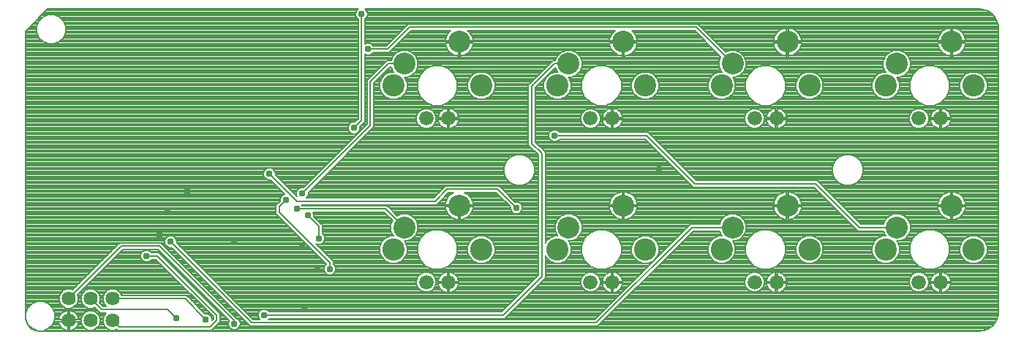
<source format=gbl>
G75*
%MOIN*%
%OFA0B0*%
%FSLAX25Y25*%
%IPPOS*%
%LPD*%
%AMOC8*
5,1,8,0,0,1.08239X$1,22.5*
%
%ADD10C,0.06400*%
%ADD11C,0.10000*%
%ADD12C,0.10124*%
%ADD13C,0.06600*%
%ADD14C,0.03100*%
%ADD15C,0.00800*%
D10*
X0036472Y0008598D03*
X0046472Y0008598D03*
X0056472Y0008598D03*
X0056472Y0018598D03*
X0046472Y0018598D03*
X0036472Y0018598D03*
D11*
X0189449Y0051094D03*
X0214449Y0061094D03*
X0264252Y0051094D03*
X0289252Y0061094D03*
X0339055Y0051094D03*
X0364055Y0061094D03*
X0413858Y0051094D03*
X0438858Y0061094D03*
X0413858Y0125898D03*
X0438858Y0135898D03*
X0364055Y0135898D03*
X0339055Y0125898D03*
X0289252Y0135898D03*
X0264252Y0125898D03*
X0214449Y0135898D03*
X0189449Y0125898D03*
D12*
X0184449Y0115898D03*
X0224449Y0115898D03*
X0259252Y0115898D03*
X0299252Y0115898D03*
X0334055Y0115898D03*
X0374055Y0115898D03*
X0408858Y0115898D03*
X0448858Y0115898D03*
X0448858Y0041094D03*
X0408858Y0041094D03*
X0374055Y0041094D03*
X0334055Y0041094D03*
X0299252Y0041094D03*
X0259252Y0041094D03*
X0224449Y0041094D03*
X0184449Y0041094D03*
D13*
X0199449Y0026094D03*
X0209449Y0026094D03*
X0274252Y0026094D03*
X0284252Y0026094D03*
X0349055Y0026094D03*
X0359055Y0026094D03*
X0423858Y0026094D03*
X0433858Y0026094D03*
X0433858Y0100898D03*
X0423858Y0100898D03*
X0359055Y0100898D03*
X0349055Y0100898D03*
X0284252Y0100898D03*
X0274252Y0100898D03*
X0209449Y0100898D03*
X0199449Y0100898D03*
D14*
X0166472Y0096598D03*
X0127972Y0075598D03*
X0142972Y0066598D03*
X0135472Y0063598D03*
X0140472Y0059598D03*
X0145472Y0056598D03*
X0150472Y0046098D03*
X0142972Y0042598D03*
X0111972Y0044598D03*
X0082972Y0044598D03*
X0077972Y0047598D03*
X0071972Y0038098D03*
X0081472Y0058598D03*
X0090472Y0067598D03*
X0149972Y0032098D03*
X0155472Y0032098D03*
X0143972Y0015098D03*
X0125472Y0011098D03*
X0111972Y0007098D03*
X0098972Y0009098D03*
X0085472Y0009598D03*
X0240472Y0060098D03*
X0305472Y0077598D03*
X0257972Y0093098D03*
X0172972Y0132598D03*
X0169972Y0148598D03*
D15*
X0017567Y0007389D02*
X0017406Y0007389D01*
X0017826Y0006765D02*
X0019714Y0004877D01*
X0022113Y0003883D01*
X0021743Y0003919D01*
X0019472Y0004860D01*
X0017734Y0006598D01*
X0016793Y0008869D01*
X0016672Y0010098D01*
X0016672Y0140601D01*
X0026969Y0150898D01*
X0168383Y0150898D01*
X0167641Y0150156D01*
X0167222Y0149145D01*
X0167222Y0148051D01*
X0167641Y0147041D01*
X0168372Y0146309D01*
X0168372Y0100761D01*
X0166960Y0099348D01*
X0165925Y0099348D01*
X0164915Y0098930D01*
X0164141Y0098156D01*
X0163722Y0097145D01*
X0163722Y0096051D01*
X0164141Y0095041D01*
X0164915Y0094267D01*
X0165925Y0093848D01*
X0167019Y0093848D01*
X0168030Y0094267D01*
X0168804Y0095041D01*
X0169222Y0096051D01*
X0169222Y0097086D01*
X0170635Y0098498D01*
X0171572Y0099436D01*
X0171572Y0130202D01*
X0172425Y0129848D01*
X0173519Y0129848D01*
X0174530Y0130267D01*
X0175262Y0130998D01*
X0182635Y0130998D01*
X0183572Y0131936D01*
X0192635Y0140998D01*
X0210583Y0140998D01*
X0210220Y0140720D01*
X0209627Y0140126D01*
X0209116Y0139461D01*
X0208697Y0138734D01*
X0208375Y0137959D01*
X0208158Y0137149D01*
X0208049Y0136317D01*
X0208049Y0136297D01*
X0214049Y0136297D01*
X0214049Y0135498D01*
X0208049Y0135498D01*
X0208049Y0135478D01*
X0208158Y0134646D01*
X0208375Y0133836D01*
X0208697Y0133061D01*
X0209116Y0132334D01*
X0209627Y0131669D01*
X0210220Y0131075D01*
X0210886Y0130565D01*
X0211612Y0130145D01*
X0212387Y0129824D01*
X0213198Y0129607D01*
X0214029Y0129498D01*
X0214049Y0129498D01*
X0214049Y0135497D01*
X0214849Y0135497D01*
X0214849Y0129498D01*
X0214868Y0129498D01*
X0215700Y0129607D01*
X0216510Y0129824D01*
X0217286Y0130145D01*
X0218012Y0130565D01*
X0218678Y0131075D01*
X0219271Y0131669D01*
X0219782Y0132334D01*
X0220201Y0133061D01*
X0220522Y0133836D01*
X0220739Y0134646D01*
X0220849Y0135478D01*
X0220849Y0135498D01*
X0214849Y0135498D01*
X0214849Y0136297D01*
X0220849Y0136297D01*
X0220849Y0136317D01*
X0220739Y0137149D01*
X0220522Y0137959D01*
X0220201Y0138734D01*
X0219782Y0139461D01*
X0219271Y0140126D01*
X0218678Y0140720D01*
X0218314Y0140998D01*
X0285386Y0140998D01*
X0285023Y0140720D01*
X0284430Y0140126D01*
X0283919Y0139461D01*
X0283500Y0138734D01*
X0283179Y0137959D01*
X0282961Y0137149D01*
X0282852Y0136317D01*
X0282852Y0136297D01*
X0288852Y0136297D01*
X0288852Y0135498D01*
X0282852Y0135498D01*
X0282852Y0135478D01*
X0282961Y0134646D01*
X0283179Y0133836D01*
X0283500Y0133061D01*
X0283919Y0132334D01*
X0284430Y0131669D01*
X0285023Y0131075D01*
X0285689Y0130565D01*
X0286415Y0130145D01*
X0287190Y0129824D01*
X0288001Y0129607D01*
X0288832Y0129498D01*
X0288852Y0129498D01*
X0288852Y0135497D01*
X0289652Y0135497D01*
X0289652Y0129498D01*
X0289671Y0129498D01*
X0290503Y0129607D01*
X0291314Y0129824D01*
X0292089Y0130145D01*
X0292815Y0130565D01*
X0293481Y0131075D01*
X0294074Y0131669D01*
X0294585Y0132334D01*
X0295004Y0133061D01*
X0295325Y0133836D01*
X0295542Y0134646D01*
X0295652Y0135478D01*
X0295652Y0135498D01*
X0289652Y0135498D01*
X0289652Y0136297D01*
X0295652Y0136297D01*
X0295652Y0136317D01*
X0295542Y0137149D01*
X0295325Y0137959D01*
X0295004Y0138734D01*
X0294585Y0139461D01*
X0294074Y0140126D01*
X0293481Y0140720D01*
X0293118Y0140998D01*
X0321692Y0140998D01*
X0333647Y0129043D01*
X0332855Y0127131D01*
X0332855Y0124664D01*
X0333799Y0122385D01*
X0334025Y0122160D01*
X0332809Y0122160D01*
X0330508Y0121206D01*
X0328746Y0119445D01*
X0327793Y0117143D01*
X0327793Y0114652D01*
X0328746Y0112350D01*
X0330508Y0110589D01*
X0332809Y0109635D01*
X0335301Y0109635D01*
X0337602Y0110589D01*
X0339364Y0112350D01*
X0340317Y0114652D01*
X0340317Y0117143D01*
X0339364Y0119445D01*
X0339111Y0119698D01*
X0340288Y0119698D01*
X0342567Y0120641D01*
X0344311Y0122385D01*
X0345255Y0124664D01*
X0345255Y0127131D01*
X0344311Y0129410D01*
X0342567Y0131154D01*
X0340288Y0132097D01*
X0337822Y0132097D01*
X0335910Y0131305D01*
X0323017Y0144198D01*
X0191310Y0144198D01*
X0181310Y0134198D01*
X0175262Y0134198D01*
X0174530Y0134930D01*
X0173519Y0135348D01*
X0172425Y0135348D01*
X0171572Y0134995D01*
X0171572Y0146309D01*
X0172304Y0147041D01*
X0172722Y0148051D01*
X0172722Y0149145D01*
X0172304Y0150156D01*
X0171561Y0150898D01*
X0451472Y0150898D01*
X0452849Y0150790D01*
X0455468Y0149939D01*
X0457695Y0148321D01*
X0459313Y0146093D01*
X0460164Y0143475D01*
X0460272Y0142098D01*
X0460272Y0012598D01*
X0460164Y0011222D01*
X0459313Y0008603D01*
X0457695Y0006376D01*
X0455468Y0004757D01*
X0452849Y0003907D01*
X0451472Y0003798D01*
X0022972Y0003798D01*
X0022397Y0003855D01*
X0024851Y0003855D01*
X0027318Y0004877D01*
X0029206Y0006765D01*
X0030228Y0009232D01*
X0030228Y0011902D01*
X0029206Y0014369D01*
X0027318Y0016257D01*
X0024851Y0017279D01*
X0022181Y0017279D01*
X0019714Y0016257D01*
X0017826Y0014369D01*
X0016804Y0011902D01*
X0016804Y0009232D01*
X0017826Y0006765D01*
X0017742Y0006591D02*
X0018000Y0006591D01*
X0018540Y0005792D02*
X0018798Y0005792D01*
X0019339Y0004994D02*
X0019597Y0004994D01*
X0021077Y0004195D02*
X0021359Y0004195D01*
X0025672Y0004195D02*
X0035137Y0004195D01*
X0035395Y0004112D02*
X0034707Y0004335D01*
X0034062Y0004664D01*
X0033476Y0005090D01*
X0032964Y0005602D01*
X0032538Y0006187D01*
X0032209Y0006832D01*
X0031986Y0007521D01*
X0031878Y0008198D01*
X0036072Y0008198D01*
X0036072Y0008998D01*
X0031878Y0008998D01*
X0031986Y0009675D01*
X0032209Y0010364D01*
X0032538Y0011009D01*
X0032964Y0011595D01*
X0033476Y0012107D01*
X0034062Y0012533D01*
X0034707Y0012861D01*
X0035395Y0013085D01*
X0036072Y0013192D01*
X0036072Y0008998D01*
X0036872Y0008998D01*
X0036872Y0013192D01*
X0037550Y0013085D01*
X0038238Y0012861D01*
X0038883Y0012533D01*
X0039469Y0012107D01*
X0039981Y0011595D01*
X0040407Y0011009D01*
X0040735Y0010364D01*
X0040959Y0009675D01*
X0041066Y0008998D01*
X0036872Y0008998D01*
X0036872Y0008198D01*
X0036872Y0004004D01*
X0037550Y0004112D01*
X0038238Y0004335D01*
X0038883Y0004664D01*
X0039469Y0005090D01*
X0039981Y0005602D01*
X0040407Y0006187D01*
X0040735Y0006832D01*
X0040959Y0007521D01*
X0041066Y0008198D01*
X0036872Y0008198D01*
X0036072Y0008198D01*
X0036072Y0004004D01*
X0035395Y0004112D01*
X0036072Y0004195D02*
X0036872Y0004195D01*
X0036872Y0004994D02*
X0036072Y0004994D01*
X0036072Y0005792D02*
X0036872Y0005792D01*
X0036872Y0006591D02*
X0036072Y0006591D01*
X0036072Y0007389D02*
X0036872Y0007389D01*
X0036872Y0008188D02*
X0036072Y0008188D01*
X0036072Y0008986D02*
X0030126Y0008986D01*
X0030228Y0009785D02*
X0032021Y0009785D01*
X0032321Y0010583D02*
X0030228Y0010583D01*
X0030228Y0011382D02*
X0032809Y0011382D01*
X0033577Y0012180D02*
X0030112Y0012180D01*
X0029781Y0012979D02*
X0035069Y0012979D01*
X0036072Y0012979D02*
X0036872Y0012979D01*
X0036872Y0012180D02*
X0036072Y0012180D01*
X0036072Y0011382D02*
X0036872Y0011382D01*
X0036872Y0010583D02*
X0036072Y0010583D01*
X0036072Y0009785D02*
X0036872Y0009785D01*
X0036872Y0008986D02*
X0042072Y0008986D01*
X0042072Y0009473D02*
X0042072Y0007723D01*
X0042742Y0006106D01*
X0043980Y0004868D01*
X0045597Y0004198D01*
X0047348Y0004198D01*
X0048965Y0004868D01*
X0050203Y0006106D01*
X0050872Y0007723D01*
X0050872Y0009473D01*
X0050203Y0011091D01*
X0048965Y0012328D01*
X0047348Y0012998D01*
X0045597Y0012998D01*
X0043980Y0012328D01*
X0042742Y0011091D01*
X0042072Y0009473D01*
X0042201Y0009785D02*
X0040924Y0009785D01*
X0040624Y0010583D02*
X0042532Y0010583D01*
X0043034Y0011382D02*
X0040136Y0011382D01*
X0039368Y0012180D02*
X0043832Y0012180D01*
X0045551Y0012979D02*
X0037876Y0012979D01*
X0037348Y0014198D02*
X0035597Y0014198D01*
X0033980Y0014868D01*
X0032742Y0016106D01*
X0032072Y0017723D01*
X0032072Y0019473D01*
X0032742Y0021091D01*
X0033980Y0022328D01*
X0035597Y0022998D01*
X0037348Y0022998D01*
X0038240Y0022629D01*
X0058872Y0043261D01*
X0059810Y0044198D01*
X0078635Y0044198D01*
X0112635Y0010198D01*
X0113314Y0009519D01*
X0113530Y0009430D01*
X0114304Y0008656D01*
X0114722Y0007645D01*
X0114722Y0006551D01*
X0114304Y0005541D01*
X0113530Y0004767D01*
X0112519Y0004348D01*
X0111425Y0004348D01*
X0110415Y0004767D01*
X0109641Y0005541D01*
X0109222Y0006551D01*
X0109222Y0007645D01*
X0109641Y0008656D01*
X0109647Y0008661D01*
X0077310Y0040998D01*
X0061135Y0040998D01*
X0040503Y0020366D01*
X0040872Y0019473D01*
X0040872Y0017723D01*
X0040203Y0016106D01*
X0038965Y0014868D01*
X0037348Y0014198D01*
X0038259Y0014576D02*
X0044685Y0014576D01*
X0043980Y0014868D02*
X0045597Y0014198D01*
X0047348Y0014198D01*
X0048240Y0014568D01*
X0050810Y0011998D01*
X0053650Y0011998D01*
X0052742Y0011091D01*
X0052072Y0009473D01*
X0052072Y0007723D01*
X0052742Y0006106D01*
X0053980Y0004868D01*
X0055597Y0004198D01*
X0057348Y0004198D01*
X0058240Y0004568D01*
X0058810Y0003998D01*
X0101635Y0003998D01*
X0104635Y0006998D01*
X0105572Y0007936D01*
X0105572Y0011761D01*
X0078572Y0038761D01*
X0077635Y0039698D01*
X0074262Y0039698D01*
X0073530Y0040430D01*
X0072519Y0040848D01*
X0071425Y0040848D01*
X0070415Y0040430D01*
X0069641Y0039656D01*
X0069222Y0038645D01*
X0069222Y0037551D01*
X0069641Y0036541D01*
X0070415Y0035767D01*
X0071425Y0035348D01*
X0072519Y0035348D01*
X0073530Y0035767D01*
X0074262Y0036498D01*
X0076310Y0036498D01*
X0102372Y0010436D01*
X0102372Y0009261D01*
X0101722Y0008611D01*
X0101722Y0009645D01*
X0101304Y0010656D01*
X0100530Y0011430D01*
X0099519Y0011848D01*
X0098485Y0011848D01*
X0091072Y0019261D01*
X0090135Y0020198D01*
X0060572Y0020198D01*
X0060203Y0021091D01*
X0058965Y0022328D01*
X0057348Y0022998D01*
X0055597Y0022998D01*
X0053980Y0022328D01*
X0052742Y0021091D01*
X0052072Y0019473D01*
X0052072Y0017723D01*
X0052742Y0016106D01*
X0053650Y0015198D01*
X0052135Y0015198D01*
X0050503Y0016831D01*
X0050872Y0017723D01*
X0050872Y0019473D01*
X0050203Y0021091D01*
X0048965Y0022328D01*
X0047348Y0022998D01*
X0045597Y0022998D01*
X0043980Y0022328D01*
X0042742Y0021091D01*
X0042072Y0019473D01*
X0042072Y0017723D01*
X0042742Y0016106D01*
X0043980Y0014868D01*
X0043474Y0015374D02*
X0039471Y0015374D01*
X0040230Y0016173D02*
X0042714Y0016173D01*
X0042384Y0016971D02*
X0040561Y0016971D01*
X0040872Y0017770D02*
X0042072Y0017770D01*
X0042072Y0018569D02*
X0040872Y0018569D01*
X0040872Y0019367D02*
X0042072Y0019367D01*
X0042359Y0020166D02*
X0040586Y0020166D01*
X0041101Y0020964D02*
X0042690Y0020964D01*
X0043414Y0021763D02*
X0041899Y0021763D01*
X0042698Y0022561D02*
X0044542Y0022561D01*
X0043496Y0023360D02*
X0089448Y0023360D01*
X0088650Y0024158D02*
X0044295Y0024158D01*
X0045093Y0024957D02*
X0087851Y0024957D01*
X0087053Y0025755D02*
X0045892Y0025755D01*
X0046691Y0026554D02*
X0086254Y0026554D01*
X0085456Y0027352D02*
X0047489Y0027352D01*
X0048288Y0028151D02*
X0084657Y0028151D01*
X0083859Y0028949D02*
X0049086Y0028949D01*
X0049885Y0029748D02*
X0083060Y0029748D01*
X0082262Y0030546D02*
X0050683Y0030546D01*
X0051482Y0031345D02*
X0081463Y0031345D01*
X0080665Y0032143D02*
X0052280Y0032143D01*
X0053079Y0032942D02*
X0079866Y0032942D01*
X0079068Y0033740D02*
X0053877Y0033740D01*
X0054676Y0034539D02*
X0078269Y0034539D01*
X0077471Y0035337D02*
X0055474Y0035337D01*
X0056273Y0036136D02*
X0070046Y0036136D01*
X0069478Y0036934D02*
X0057071Y0036934D01*
X0057870Y0037733D02*
X0069222Y0037733D01*
X0069222Y0038531D02*
X0058668Y0038531D01*
X0059467Y0039330D02*
X0069506Y0039330D01*
X0070113Y0040128D02*
X0060265Y0040128D01*
X0061064Y0040927D02*
X0077381Y0040927D01*
X0078180Y0040128D02*
X0073831Y0040128D01*
X0078004Y0039330D02*
X0078978Y0039330D01*
X0078802Y0038531D02*
X0079777Y0038531D01*
X0079601Y0037733D02*
X0080575Y0037733D01*
X0080399Y0036934D02*
X0081374Y0036934D01*
X0081198Y0036136D02*
X0082172Y0036136D01*
X0081996Y0035337D02*
X0082971Y0035337D01*
X0082795Y0034539D02*
X0083769Y0034539D01*
X0083593Y0033740D02*
X0084568Y0033740D01*
X0084392Y0032942D02*
X0085366Y0032942D01*
X0085190Y0032143D02*
X0086165Y0032143D01*
X0085989Y0031345D02*
X0086963Y0031345D01*
X0086787Y0030546D02*
X0087762Y0030546D01*
X0087586Y0029748D02*
X0088560Y0029748D01*
X0088384Y0028949D02*
X0089359Y0028949D01*
X0089183Y0028151D02*
X0090157Y0028151D01*
X0089981Y0027352D02*
X0090956Y0027352D01*
X0090780Y0026554D02*
X0091754Y0026554D01*
X0091578Y0025755D02*
X0092553Y0025755D01*
X0092377Y0024957D02*
X0093351Y0024957D01*
X0093175Y0024158D02*
X0094150Y0024158D01*
X0093974Y0023360D02*
X0094948Y0023360D01*
X0094772Y0022561D02*
X0095747Y0022561D01*
X0095571Y0021763D02*
X0096545Y0021763D01*
X0096369Y0020964D02*
X0097344Y0020964D01*
X0097168Y0020166D02*
X0098142Y0020166D01*
X0097966Y0019367D02*
X0098941Y0019367D01*
X0098765Y0018569D02*
X0099739Y0018569D01*
X0099563Y0017770D02*
X0100538Y0017770D01*
X0100362Y0016971D02*
X0101336Y0016971D01*
X0101160Y0016173D02*
X0102135Y0016173D01*
X0101959Y0015374D02*
X0102934Y0015374D01*
X0102757Y0014576D02*
X0103732Y0014576D01*
X0103556Y0013777D02*
X0104531Y0013777D01*
X0104355Y0012979D02*
X0105329Y0012979D01*
X0105153Y0012180D02*
X0106128Y0012180D01*
X0105572Y0011382D02*
X0106926Y0011382D01*
X0107725Y0010583D02*
X0105572Y0010583D01*
X0105572Y0009785D02*
X0108523Y0009785D01*
X0109322Y0008986D02*
X0105572Y0008986D01*
X0105572Y0008188D02*
X0109447Y0008188D01*
X0109222Y0007389D02*
X0105026Y0007389D01*
X0104228Y0006591D02*
X0109222Y0006591D01*
X0109537Y0005792D02*
X0103429Y0005792D01*
X0102631Y0004994D02*
X0110188Y0004994D01*
X0111972Y0007098D02*
X0111972Y0008598D01*
X0077972Y0042598D01*
X0060472Y0042598D01*
X0036472Y0018598D01*
X0032072Y0018569D02*
X0016672Y0018569D01*
X0016672Y0019367D02*
X0032072Y0019367D01*
X0032359Y0020166D02*
X0016672Y0020166D01*
X0016672Y0020964D02*
X0032690Y0020964D01*
X0033414Y0021763D02*
X0016672Y0021763D01*
X0016672Y0022561D02*
X0034542Y0022561D01*
X0038971Y0023360D02*
X0016672Y0023360D01*
X0016672Y0024158D02*
X0039770Y0024158D01*
X0040568Y0024957D02*
X0016672Y0024957D01*
X0016672Y0025755D02*
X0041367Y0025755D01*
X0042165Y0026554D02*
X0016672Y0026554D01*
X0016672Y0027352D02*
X0042964Y0027352D01*
X0043762Y0028151D02*
X0016672Y0028151D01*
X0016672Y0028949D02*
X0044561Y0028949D01*
X0045359Y0029748D02*
X0016672Y0029748D01*
X0016672Y0030546D02*
X0046158Y0030546D01*
X0046956Y0031345D02*
X0016672Y0031345D01*
X0016672Y0032143D02*
X0047755Y0032143D01*
X0048553Y0032942D02*
X0016672Y0032942D01*
X0016672Y0033740D02*
X0049352Y0033740D01*
X0050150Y0034539D02*
X0016672Y0034539D01*
X0016672Y0035337D02*
X0050949Y0035337D01*
X0051747Y0036136D02*
X0016672Y0036136D01*
X0016672Y0036934D02*
X0052546Y0036934D01*
X0053344Y0037733D02*
X0016672Y0037733D01*
X0016672Y0038531D02*
X0054143Y0038531D01*
X0054941Y0039330D02*
X0016672Y0039330D01*
X0016672Y0040128D02*
X0055740Y0040128D01*
X0056538Y0040927D02*
X0016672Y0040927D01*
X0016672Y0041725D02*
X0057337Y0041725D01*
X0058135Y0042524D02*
X0016672Y0042524D01*
X0016672Y0043322D02*
X0058934Y0043322D01*
X0059732Y0044121D02*
X0016672Y0044121D01*
X0016672Y0044919D02*
X0080222Y0044919D01*
X0080222Y0045145D02*
X0080222Y0044051D01*
X0080641Y0043041D01*
X0081415Y0042267D01*
X0082425Y0041848D01*
X0083460Y0041848D01*
X0119310Y0005998D01*
X0277635Y0005998D01*
X0321131Y0049494D01*
X0333007Y0049494D01*
X0333799Y0047582D01*
X0334025Y0047357D01*
X0332809Y0047357D01*
X0330508Y0046403D01*
X0328746Y0044642D01*
X0327793Y0042340D01*
X0327793Y0039849D01*
X0328746Y0037547D01*
X0330508Y0035786D01*
X0332809Y0034832D01*
X0335301Y0034832D01*
X0337602Y0035786D01*
X0339364Y0037547D01*
X0340317Y0039849D01*
X0340317Y0042340D01*
X0339364Y0044642D01*
X0339111Y0044894D01*
X0340288Y0044894D01*
X0342567Y0045838D01*
X0344311Y0047582D01*
X0345255Y0049861D01*
X0345255Y0052328D01*
X0344311Y0054606D01*
X0342567Y0056350D01*
X0340288Y0057294D01*
X0337822Y0057294D01*
X0335543Y0056350D01*
X0333799Y0054606D01*
X0333007Y0052694D01*
X0321139Y0052694D01*
X0321135Y0052698D01*
X0319810Y0052698D01*
X0276310Y0009198D01*
X0127461Y0009198D01*
X0127762Y0009498D01*
X0235135Y0009498D01*
X0236072Y0010436D01*
X0253672Y0028036D01*
X0253672Y0038201D01*
X0253943Y0037547D01*
X0255705Y0035786D01*
X0258006Y0034832D01*
X0260498Y0034832D01*
X0262799Y0035786D01*
X0264561Y0037547D01*
X0265514Y0039849D01*
X0265514Y0042340D01*
X0264561Y0044642D01*
X0264308Y0044894D01*
X0265485Y0044894D01*
X0267764Y0045838D01*
X0269508Y0047582D01*
X0270452Y0049861D01*
X0270452Y0052328D01*
X0269508Y0054606D01*
X0267764Y0056350D01*
X0265485Y0057294D01*
X0263019Y0057294D01*
X0260740Y0056350D01*
X0258996Y0054606D01*
X0258052Y0052328D01*
X0258052Y0049861D01*
X0258996Y0047582D01*
X0259222Y0047357D01*
X0258006Y0047357D01*
X0255705Y0046403D01*
X0253943Y0044642D01*
X0253672Y0043988D01*
X0253672Y0085561D01*
X0249072Y0090161D01*
X0249072Y0114936D01*
X0258271Y0124135D01*
X0258996Y0122385D01*
X0259222Y0122160D01*
X0258006Y0122160D01*
X0255705Y0121206D01*
X0253943Y0119445D01*
X0252990Y0117143D01*
X0252990Y0114652D01*
X0253943Y0112350D01*
X0255705Y0110589D01*
X0258006Y0109635D01*
X0260498Y0109635D01*
X0262799Y0110589D01*
X0264561Y0112350D01*
X0265514Y0114652D01*
X0265514Y0117143D01*
X0264561Y0119445D01*
X0264308Y0119698D01*
X0265485Y0119698D01*
X0267764Y0120641D01*
X0269508Y0122385D01*
X0270452Y0124664D01*
X0270452Y0127131D01*
X0269508Y0129410D01*
X0267764Y0131154D01*
X0265485Y0132097D01*
X0263019Y0132097D01*
X0260740Y0131154D01*
X0258996Y0129410D01*
X0258204Y0127497D01*
X0257109Y0127497D01*
X0246810Y0117198D01*
X0245872Y0116261D01*
X0245872Y0088836D01*
X0250472Y0084236D01*
X0250472Y0029361D01*
X0233810Y0012698D01*
X0127762Y0012698D01*
X0127030Y0013430D01*
X0126019Y0013848D01*
X0124925Y0013848D01*
X0123915Y0013430D01*
X0123141Y0012656D01*
X0122722Y0011645D01*
X0122722Y0010551D01*
X0123141Y0009541D01*
X0123483Y0009198D01*
X0120635Y0009198D01*
X0085722Y0044111D01*
X0085722Y0045145D01*
X0085304Y0046156D01*
X0084530Y0046930D01*
X0083519Y0047348D01*
X0082425Y0047348D01*
X0081415Y0046930D01*
X0080641Y0046156D01*
X0080222Y0045145D01*
X0080460Y0045718D02*
X0016672Y0045718D01*
X0016672Y0046516D02*
X0081001Y0046516D01*
X0082345Y0047315D02*
X0016672Y0047315D01*
X0016672Y0048113D02*
X0140195Y0048113D01*
X0140993Y0047315D02*
X0083600Y0047315D01*
X0084943Y0046516D02*
X0141792Y0046516D01*
X0142590Y0045718D02*
X0085485Y0045718D01*
X0085722Y0044919D02*
X0143389Y0044919D01*
X0144187Y0044121D02*
X0085722Y0044121D01*
X0086511Y0043322D02*
X0144986Y0043322D01*
X0145784Y0042524D02*
X0087310Y0042524D01*
X0088108Y0041725D02*
X0146583Y0041725D01*
X0147381Y0040927D02*
X0088907Y0040927D01*
X0089705Y0040128D02*
X0148180Y0040128D01*
X0148978Y0039330D02*
X0090504Y0039330D01*
X0091302Y0038531D02*
X0149777Y0038531D01*
X0150575Y0037733D02*
X0092101Y0037733D01*
X0092899Y0036934D02*
X0151374Y0036934D01*
X0152172Y0036136D02*
X0093698Y0036136D01*
X0094496Y0035337D02*
X0152971Y0035337D01*
X0153769Y0034539D02*
X0095295Y0034539D01*
X0096093Y0033740D02*
X0153225Y0033740D01*
X0153141Y0033656D02*
X0152722Y0032645D01*
X0152722Y0031551D01*
X0153141Y0030541D01*
X0153915Y0029767D01*
X0154925Y0029348D01*
X0156019Y0029348D01*
X0157030Y0029767D01*
X0157804Y0030541D01*
X0158222Y0031551D01*
X0158222Y0032645D01*
X0157804Y0033656D01*
X0157072Y0034387D01*
X0157072Y0035761D01*
X0149174Y0043660D01*
X0149925Y0043348D01*
X0151019Y0043348D01*
X0152030Y0043767D01*
X0152804Y0044541D01*
X0153222Y0045551D01*
X0153222Y0046645D01*
X0152804Y0047656D01*
X0152072Y0048387D01*
X0152072Y0052261D01*
X0151135Y0053198D01*
X0148222Y0056111D01*
X0148222Y0057145D01*
X0147869Y0057998D01*
X0180282Y0057998D01*
X0184041Y0054240D01*
X0183249Y0052328D01*
X0183249Y0049861D01*
X0184193Y0047582D01*
X0184419Y0047357D01*
X0183203Y0047357D01*
X0180902Y0046403D01*
X0179140Y0044642D01*
X0178187Y0042340D01*
X0178187Y0039849D01*
X0179140Y0037547D01*
X0180902Y0035786D01*
X0183203Y0034832D01*
X0185694Y0034832D01*
X0187996Y0035786D01*
X0189758Y0037547D01*
X0190711Y0039849D01*
X0190711Y0042340D01*
X0189758Y0044642D01*
X0189505Y0044894D01*
X0190682Y0044894D01*
X0192961Y0045838D01*
X0194705Y0047582D01*
X0195649Y0049861D01*
X0195649Y0052328D01*
X0194705Y0054606D01*
X0192961Y0056350D01*
X0190682Y0057294D01*
X0188216Y0057294D01*
X0186304Y0056502D01*
X0182545Y0060261D01*
X0181608Y0061198D01*
X0142762Y0061198D01*
X0142461Y0061498D01*
X0204135Y0061498D01*
X0205072Y0062436D01*
X0209635Y0066998D01*
X0211978Y0066998D01*
X0211612Y0066847D01*
X0210886Y0066427D01*
X0210220Y0065916D01*
X0209627Y0065323D01*
X0209116Y0064658D01*
X0208697Y0063931D01*
X0208375Y0063156D01*
X0208158Y0062346D01*
X0208049Y0061514D01*
X0208049Y0061494D01*
X0214049Y0061494D01*
X0214049Y0060694D01*
X0214849Y0060694D01*
X0214849Y0054694D01*
X0214868Y0054694D01*
X0215700Y0054804D01*
X0216510Y0055021D01*
X0217286Y0055342D01*
X0218012Y0055762D01*
X0218678Y0056272D01*
X0219271Y0056865D01*
X0219782Y0057531D01*
X0220201Y0058258D01*
X0220522Y0059033D01*
X0220739Y0059843D01*
X0220849Y0060675D01*
X0220849Y0060694D01*
X0214849Y0060694D01*
X0214849Y0061494D01*
X0220849Y0061494D01*
X0220849Y0061514D01*
X0220739Y0062346D01*
X0220522Y0063156D01*
X0220201Y0063931D01*
X0219782Y0064658D01*
X0219271Y0065323D01*
X0218678Y0065916D01*
X0218012Y0066427D01*
X0217286Y0066847D01*
X0216919Y0066998D01*
X0231310Y0066998D01*
X0237722Y0060586D01*
X0237722Y0059551D01*
X0238141Y0058541D01*
X0238915Y0057767D01*
X0239925Y0057348D01*
X0241019Y0057348D01*
X0242030Y0057767D01*
X0242804Y0058541D01*
X0243222Y0059551D01*
X0243222Y0060645D01*
X0242804Y0061656D01*
X0242030Y0062430D01*
X0241019Y0062848D01*
X0239985Y0062848D01*
X0233572Y0069261D01*
X0232635Y0070198D01*
X0208310Y0070198D01*
X0207372Y0069261D01*
X0202810Y0064698D01*
X0144961Y0064698D01*
X0145304Y0065041D01*
X0145722Y0066051D01*
X0145722Y0067086D01*
X0175572Y0096936D01*
X0175572Y0116936D01*
X0182934Y0124298D01*
X0183401Y0124298D01*
X0184193Y0122385D01*
X0184419Y0122160D01*
X0183203Y0122160D01*
X0180902Y0121206D01*
X0179140Y0119445D01*
X0178187Y0117143D01*
X0178187Y0114652D01*
X0179140Y0112350D01*
X0180902Y0110589D01*
X0183203Y0109635D01*
X0185694Y0109635D01*
X0187996Y0110589D01*
X0189758Y0112350D01*
X0190711Y0114652D01*
X0190711Y0117143D01*
X0189758Y0119445D01*
X0189505Y0119698D01*
X0190682Y0119698D01*
X0192961Y0120641D01*
X0194705Y0122385D01*
X0195649Y0124664D01*
X0195649Y0127131D01*
X0194705Y0129410D01*
X0192961Y0131154D01*
X0190682Y0132097D01*
X0188216Y0132097D01*
X0185937Y0131154D01*
X0184193Y0129410D01*
X0183401Y0127497D01*
X0181609Y0127497D01*
X0180672Y0126560D01*
X0173310Y0119198D01*
X0172372Y0118261D01*
X0172372Y0098261D01*
X0143460Y0069348D01*
X0142425Y0069348D01*
X0141415Y0068930D01*
X0140641Y0068156D01*
X0140222Y0067145D01*
X0140222Y0066051D01*
X0140534Y0065300D01*
X0130722Y0075111D01*
X0130722Y0076145D01*
X0130304Y0077156D01*
X0129530Y0077930D01*
X0128519Y0078348D01*
X0127425Y0078348D01*
X0126415Y0077930D01*
X0125641Y0077156D01*
X0125222Y0076145D01*
X0125222Y0075051D01*
X0125641Y0074041D01*
X0126415Y0073267D01*
X0127425Y0072848D01*
X0128460Y0072848D01*
X0134960Y0066348D01*
X0134925Y0066348D01*
X0133915Y0065930D01*
X0133141Y0065156D01*
X0132722Y0064145D01*
X0132722Y0063111D01*
X0130872Y0061261D01*
X0130872Y0057436D01*
X0131810Y0056498D01*
X0153872Y0034436D01*
X0153872Y0034387D01*
X0153141Y0033656D01*
X0152845Y0032942D02*
X0096892Y0032942D01*
X0097690Y0032143D02*
X0152722Y0032143D01*
X0152808Y0031345D02*
X0098489Y0031345D01*
X0099287Y0030546D02*
X0153139Y0030546D01*
X0153961Y0029748D02*
X0100086Y0029748D01*
X0100884Y0028949D02*
X0195940Y0028949D01*
X0195634Y0028643D02*
X0194949Y0026989D01*
X0194949Y0025199D01*
X0195634Y0023545D01*
X0196900Y0022279D01*
X0198554Y0021594D01*
X0200344Y0021594D01*
X0201998Y0022279D01*
X0203264Y0023545D01*
X0203949Y0025199D01*
X0203949Y0026989D01*
X0203264Y0028643D01*
X0201998Y0029909D01*
X0200344Y0030594D01*
X0198554Y0030594D01*
X0196900Y0029909D01*
X0195634Y0028643D01*
X0195430Y0028151D02*
X0101683Y0028151D01*
X0102481Y0027352D02*
X0195099Y0027352D01*
X0194949Y0026554D02*
X0103280Y0026554D01*
X0104078Y0025755D02*
X0194949Y0025755D01*
X0195049Y0024957D02*
X0104877Y0024957D01*
X0105675Y0024158D02*
X0195380Y0024158D01*
X0195820Y0023360D02*
X0106474Y0023360D01*
X0107272Y0022561D02*
X0196618Y0022561D01*
X0198148Y0021763D02*
X0108071Y0021763D01*
X0108869Y0020964D02*
X0242075Y0020964D01*
X0241277Y0020166D02*
X0109668Y0020166D01*
X0110466Y0019367D02*
X0240478Y0019367D01*
X0239680Y0018569D02*
X0111265Y0018569D01*
X0112063Y0017770D02*
X0238881Y0017770D01*
X0238083Y0016971D02*
X0112862Y0016971D01*
X0113660Y0016173D02*
X0237284Y0016173D01*
X0236486Y0015374D02*
X0114459Y0015374D01*
X0115257Y0014576D02*
X0235687Y0014576D01*
X0234889Y0013777D02*
X0126190Y0013777D01*
X0124754Y0013777D02*
X0116056Y0013777D01*
X0116855Y0012979D02*
X0123464Y0012979D01*
X0122944Y0012180D02*
X0117653Y0012180D01*
X0118452Y0011382D02*
X0122722Y0011382D01*
X0122722Y0010583D02*
X0119250Y0010583D01*
X0120049Y0009785D02*
X0123040Y0009785D01*
X0125472Y0011098D02*
X0234472Y0011098D01*
X0252072Y0028698D01*
X0252072Y0084898D01*
X0247472Y0089498D01*
X0247472Y0115598D01*
X0257772Y0125898D01*
X0264252Y0125898D01*
X0270452Y0125569D02*
X0332855Y0125569D01*
X0332855Y0124771D02*
X0281544Y0124771D01*
X0281057Y0124972D02*
X0277447Y0124972D01*
X0274112Y0123591D01*
X0271559Y0121038D01*
X0270177Y0117703D01*
X0270177Y0114092D01*
X0271559Y0110757D01*
X0274112Y0108204D01*
X0277447Y0106823D01*
X0281057Y0106823D01*
X0284392Y0108204D01*
X0286945Y0110757D01*
X0288327Y0114092D01*
X0288327Y0117703D01*
X0286945Y0121038D01*
X0284392Y0123591D01*
X0281057Y0124972D01*
X0283472Y0123972D02*
X0333142Y0123972D01*
X0333473Y0123173D02*
X0284810Y0123173D01*
X0285608Y0122375D02*
X0333810Y0122375D01*
X0331401Y0121576D02*
X0301906Y0121576D01*
X0302799Y0121206D02*
X0300498Y0122160D01*
X0298006Y0122160D01*
X0295705Y0121206D01*
X0293943Y0119445D01*
X0292990Y0117143D01*
X0292990Y0114652D01*
X0293943Y0112350D01*
X0295705Y0110589D01*
X0298006Y0109635D01*
X0300498Y0109635D01*
X0302799Y0110589D01*
X0304561Y0112350D01*
X0305514Y0114652D01*
X0305514Y0117143D01*
X0304561Y0119445D01*
X0302799Y0121206D01*
X0303228Y0120778D02*
X0330079Y0120778D01*
X0329281Y0119979D02*
X0304026Y0119979D01*
X0304670Y0119181D02*
X0328637Y0119181D01*
X0328306Y0118382D02*
X0305001Y0118382D01*
X0305332Y0117584D02*
X0327976Y0117584D01*
X0327793Y0116785D02*
X0305514Y0116785D01*
X0305514Y0115987D02*
X0327793Y0115987D01*
X0327793Y0115188D02*
X0305514Y0115188D01*
X0305406Y0114390D02*
X0327901Y0114390D01*
X0328232Y0113591D02*
X0305075Y0113591D01*
X0304744Y0112793D02*
X0328563Y0112793D01*
X0329102Y0111994D02*
X0304205Y0111994D01*
X0303406Y0111196D02*
X0329901Y0111196D01*
X0330970Y0110397D02*
X0302337Y0110397D01*
X0296167Y0110397D02*
X0286585Y0110397D01*
X0287127Y0111196D02*
X0295098Y0111196D01*
X0294299Y0111994D02*
X0287458Y0111994D01*
X0287788Y0112793D02*
X0293760Y0112793D01*
X0293429Y0113591D02*
X0288119Y0113591D01*
X0288327Y0114390D02*
X0293098Y0114390D01*
X0292990Y0115188D02*
X0288327Y0115188D01*
X0288327Y0115987D02*
X0292990Y0115987D01*
X0292990Y0116785D02*
X0288327Y0116785D01*
X0288327Y0117584D02*
X0293172Y0117584D01*
X0293503Y0118382D02*
X0288045Y0118382D01*
X0287714Y0119181D02*
X0293834Y0119181D01*
X0294478Y0119979D02*
X0287384Y0119979D01*
X0287053Y0120778D02*
X0295276Y0120778D01*
X0296598Y0121576D02*
X0286407Y0121576D01*
X0276960Y0124771D02*
X0270452Y0124771D01*
X0270165Y0123972D02*
X0275032Y0123972D01*
X0273694Y0123173D02*
X0269834Y0123173D01*
X0269498Y0122375D02*
X0272896Y0122375D01*
X0272097Y0121576D02*
X0268699Y0121576D01*
X0267901Y0120778D02*
X0271451Y0120778D01*
X0271120Y0119979D02*
X0266166Y0119979D01*
X0264670Y0119181D02*
X0270790Y0119181D01*
X0270459Y0118382D02*
X0265001Y0118382D01*
X0265332Y0117584D02*
X0270177Y0117584D01*
X0270177Y0116785D02*
X0265514Y0116785D01*
X0265514Y0115987D02*
X0270177Y0115987D01*
X0270177Y0115188D02*
X0265514Y0115188D01*
X0265406Y0114390D02*
X0270177Y0114390D01*
X0270385Y0113591D02*
X0265075Y0113591D01*
X0264744Y0112793D02*
X0270715Y0112793D01*
X0271046Y0111994D02*
X0264205Y0111994D01*
X0263406Y0111196D02*
X0271377Y0111196D01*
X0271918Y0110397D02*
X0262337Y0110397D01*
X0256167Y0110397D02*
X0249072Y0110397D01*
X0249072Y0109599D02*
X0272717Y0109599D01*
X0273515Y0108800D02*
X0249072Y0108800D01*
X0249072Y0108002D02*
X0274600Y0108002D01*
X0276528Y0107203D02*
X0249072Y0107203D01*
X0249072Y0106405D02*
X0460272Y0106405D01*
X0460272Y0107203D02*
X0431582Y0107203D01*
X0430663Y0106823D02*
X0433999Y0108204D01*
X0436552Y0110757D01*
X0437933Y0114092D01*
X0437933Y0117703D01*
X0436552Y0121038D01*
X0433999Y0123591D01*
X0430663Y0124972D01*
X0427053Y0124972D01*
X0423718Y0123591D01*
X0421165Y0121038D01*
X0419783Y0117703D01*
X0419783Y0114092D01*
X0421165Y0110757D01*
X0423718Y0108204D01*
X0427053Y0106823D01*
X0430663Y0106823D01*
X0431395Y0104917D02*
X0430796Y0104482D01*
X0430273Y0103959D01*
X0429838Y0103361D01*
X0429503Y0102702D01*
X0429274Y0101998D01*
X0429163Y0101297D01*
X0433458Y0101297D01*
X0433458Y0100498D01*
X0429163Y0100498D01*
X0429274Y0099797D01*
X0429503Y0099093D01*
X0429838Y0098434D01*
X0430273Y0097836D01*
X0430796Y0097313D01*
X0431395Y0096878D01*
X0432054Y0096542D01*
X0432758Y0096313D01*
X0433458Y0096202D01*
X0433458Y0100497D01*
X0434258Y0100497D01*
X0434258Y0096202D01*
X0434959Y0096313D01*
X0435662Y0096542D01*
X0436322Y0096878D01*
X0436920Y0097313D01*
X0437443Y0097836D01*
X0437878Y0098434D01*
X0438214Y0099093D01*
X0438443Y0099797D01*
X0438553Y0100498D01*
X0434258Y0100498D01*
X0434258Y0101297D01*
X0438553Y0101297D01*
X0438443Y0101998D01*
X0438214Y0102702D01*
X0437878Y0103361D01*
X0437443Y0103959D01*
X0436920Y0104482D01*
X0436322Y0104917D01*
X0435662Y0105253D01*
X0434959Y0105482D01*
X0434258Y0105593D01*
X0434258Y0101298D01*
X0433458Y0101298D01*
X0433458Y0105593D01*
X0432758Y0105482D01*
X0432054Y0105253D01*
X0431395Y0104917D01*
X0431244Y0104808D02*
X0426177Y0104808D01*
X0426407Y0104712D02*
X0424753Y0105397D01*
X0422963Y0105397D01*
X0421309Y0104712D01*
X0420043Y0103447D01*
X0419358Y0101793D01*
X0419358Y0100002D01*
X0420043Y0098348D01*
X0421309Y0097083D01*
X0422963Y0096398D01*
X0424753Y0096398D01*
X0426407Y0097083D01*
X0427673Y0098348D01*
X0428358Y0100002D01*
X0428358Y0101793D01*
X0427673Y0103447D01*
X0426407Y0104712D01*
X0427110Y0104009D02*
X0430323Y0104009D01*
X0429762Y0103211D02*
X0427771Y0103211D01*
X0428102Y0102412D02*
X0429409Y0102412D01*
X0429213Y0101614D02*
X0428358Y0101614D01*
X0428358Y0100815D02*
X0433458Y0100815D01*
X0433458Y0100017D02*
X0434258Y0100017D01*
X0434258Y0100815D02*
X0460272Y0100815D01*
X0460272Y0100017D02*
X0438477Y0100017D01*
X0438254Y0099218D02*
X0460272Y0099218D01*
X0460272Y0098420D02*
X0437868Y0098420D01*
X0437229Y0097621D02*
X0460272Y0097621D01*
X0460272Y0096823D02*
X0436214Y0096823D01*
X0434258Y0096823D02*
X0433458Y0096823D01*
X0433458Y0097621D02*
X0434258Y0097621D01*
X0434258Y0098420D02*
X0433458Y0098420D01*
X0433458Y0099218D02*
X0434258Y0099218D01*
X0430488Y0097621D02*
X0426946Y0097621D01*
X0427703Y0098420D02*
X0429849Y0098420D01*
X0429462Y0099218D02*
X0428033Y0099218D01*
X0428358Y0100017D02*
X0429239Y0100017D01*
X0433458Y0101614D02*
X0434258Y0101614D01*
X0434258Y0102412D02*
X0433458Y0102412D01*
X0433458Y0103211D02*
X0434258Y0103211D01*
X0434258Y0104009D02*
X0433458Y0104009D01*
X0433458Y0104808D02*
X0434258Y0104808D01*
X0436472Y0104808D02*
X0460272Y0104808D01*
X0460272Y0105606D02*
X0249072Y0105606D01*
X0249072Y0104808D02*
X0271933Y0104808D01*
X0271703Y0104712D02*
X0270437Y0103447D01*
X0269752Y0101793D01*
X0269752Y0100002D01*
X0270437Y0098348D01*
X0271703Y0097083D01*
X0273357Y0096398D01*
X0275147Y0096398D01*
X0276801Y0097083D01*
X0278067Y0098348D01*
X0278752Y0100002D01*
X0278752Y0101793D01*
X0278067Y0103447D01*
X0276801Y0104712D01*
X0275147Y0105397D01*
X0273357Y0105397D01*
X0271703Y0104712D01*
X0271000Y0104009D02*
X0249072Y0104009D01*
X0249072Y0103211D02*
X0270339Y0103211D01*
X0270009Y0102412D02*
X0249072Y0102412D01*
X0249072Y0101614D02*
X0269752Y0101614D01*
X0269752Y0100815D02*
X0249072Y0100815D01*
X0249072Y0100017D02*
X0269752Y0100017D01*
X0270077Y0099218D02*
X0249072Y0099218D01*
X0249072Y0098420D02*
X0270408Y0098420D01*
X0271164Y0097621D02*
X0249072Y0097621D01*
X0249072Y0096823D02*
X0272330Y0096823D01*
X0276173Y0096823D02*
X0281897Y0096823D01*
X0281789Y0096878D02*
X0282448Y0096542D01*
X0283151Y0096313D01*
X0283852Y0096202D01*
X0283852Y0100497D01*
X0284652Y0100497D01*
X0284652Y0096202D01*
X0285353Y0096313D01*
X0286056Y0096542D01*
X0286715Y0096878D01*
X0287314Y0097313D01*
X0287837Y0097836D01*
X0288272Y0098434D01*
X0288608Y0099093D01*
X0288836Y0099797D01*
X0288947Y0100498D01*
X0284652Y0100498D01*
X0284652Y0101297D01*
X0288947Y0101297D01*
X0288836Y0101998D01*
X0288608Y0102702D01*
X0288272Y0103361D01*
X0287837Y0103959D01*
X0287314Y0104482D01*
X0286715Y0104917D01*
X0286056Y0105253D01*
X0285353Y0105482D01*
X0284652Y0105593D01*
X0284652Y0101298D01*
X0283852Y0101298D01*
X0283852Y0105593D01*
X0283151Y0105482D01*
X0282448Y0105253D01*
X0281789Y0104917D01*
X0281190Y0104482D01*
X0280667Y0103959D01*
X0280232Y0103361D01*
X0279896Y0102702D01*
X0279668Y0101998D01*
X0279557Y0101297D01*
X0283852Y0101297D01*
X0283852Y0100498D01*
X0279557Y0100498D01*
X0279668Y0099797D01*
X0279896Y0099093D01*
X0280232Y0098434D01*
X0280667Y0097836D01*
X0281190Y0097313D01*
X0281789Y0096878D01*
X0280882Y0097621D02*
X0277340Y0097621D01*
X0278096Y0098420D02*
X0280243Y0098420D01*
X0279856Y0099218D02*
X0278427Y0099218D01*
X0278752Y0100017D02*
X0279633Y0100017D01*
X0278752Y0100815D02*
X0283852Y0100815D01*
X0283852Y0100017D02*
X0284652Y0100017D01*
X0284652Y0100815D02*
X0344555Y0100815D01*
X0344555Y0100017D02*
X0288871Y0100017D01*
X0288648Y0099218D02*
X0344880Y0099218D01*
X0344555Y0100002D02*
X0345240Y0098348D01*
X0346506Y0097083D01*
X0348160Y0096398D01*
X0349950Y0096398D01*
X0351604Y0097083D01*
X0352870Y0098348D01*
X0353555Y0100002D01*
X0353555Y0101793D01*
X0352870Y0103447D01*
X0351604Y0104712D01*
X0349950Y0105397D01*
X0348160Y0105397D01*
X0346506Y0104712D01*
X0345240Y0103447D01*
X0344555Y0101793D01*
X0344555Y0100002D01*
X0344555Y0101614D02*
X0288897Y0101614D01*
X0288702Y0102412D02*
X0344812Y0102412D01*
X0345143Y0103211D02*
X0288348Y0103211D01*
X0287787Y0104009D02*
X0345803Y0104009D01*
X0346736Y0104808D02*
X0286866Y0104808D01*
X0284652Y0104808D02*
X0283852Y0104808D01*
X0283852Y0104009D02*
X0284652Y0104009D01*
X0284652Y0103211D02*
X0283852Y0103211D01*
X0283852Y0102412D02*
X0284652Y0102412D01*
X0284652Y0101614D02*
X0283852Y0101614D01*
X0280717Y0104009D02*
X0277504Y0104009D01*
X0278165Y0103211D02*
X0280156Y0103211D01*
X0279802Y0102412D02*
X0278495Y0102412D01*
X0278752Y0101614D02*
X0279607Y0101614D01*
X0281638Y0104808D02*
X0276571Y0104808D01*
X0281976Y0107203D02*
X0351331Y0107203D01*
X0352250Y0106823D02*
X0348915Y0108204D01*
X0346362Y0110757D01*
X0344980Y0114092D01*
X0344980Y0117703D01*
X0346362Y0121038D01*
X0348915Y0123591D01*
X0352250Y0124972D01*
X0355860Y0124972D01*
X0359196Y0123591D01*
X0361748Y0121038D01*
X0363130Y0117703D01*
X0363130Y0114092D01*
X0361748Y0110757D01*
X0359196Y0108204D01*
X0355860Y0106823D01*
X0352250Y0106823D01*
X0351374Y0104808D02*
X0356441Y0104808D01*
X0356592Y0104917D02*
X0355993Y0104482D01*
X0355470Y0103959D01*
X0355035Y0103361D01*
X0354699Y0102702D01*
X0354471Y0101998D01*
X0354360Y0101297D01*
X0358655Y0101297D01*
X0358655Y0100498D01*
X0354360Y0100498D01*
X0354471Y0099797D01*
X0354699Y0099093D01*
X0355035Y0098434D01*
X0355470Y0097836D01*
X0355993Y0097313D01*
X0356592Y0096878D01*
X0357251Y0096542D01*
X0357955Y0096313D01*
X0358655Y0096202D01*
X0358655Y0100497D01*
X0359455Y0100497D01*
X0359455Y0096202D01*
X0360156Y0096313D01*
X0360859Y0096542D01*
X0361518Y0096878D01*
X0362117Y0097313D01*
X0362640Y0097836D01*
X0363075Y0098434D01*
X0363411Y0099093D01*
X0363639Y0099797D01*
X0363750Y0100498D01*
X0359455Y0100498D01*
X0359455Y0101297D01*
X0363750Y0101297D01*
X0363639Y0101998D01*
X0363411Y0102702D01*
X0363075Y0103361D01*
X0362640Y0103959D01*
X0362117Y0104482D01*
X0361518Y0104917D01*
X0360859Y0105253D01*
X0360156Y0105482D01*
X0359455Y0105593D01*
X0359455Y0101298D01*
X0358655Y0101298D01*
X0358655Y0105593D01*
X0357955Y0105482D01*
X0357251Y0105253D01*
X0356592Y0104917D01*
X0355520Y0104009D02*
X0352307Y0104009D01*
X0352968Y0103211D02*
X0354959Y0103211D01*
X0354605Y0102412D02*
X0353298Y0102412D01*
X0353555Y0101614D02*
X0354410Y0101614D01*
X0353555Y0100815D02*
X0358655Y0100815D01*
X0358655Y0100017D02*
X0359455Y0100017D01*
X0359455Y0100815D02*
X0419358Y0100815D01*
X0419358Y0100017D02*
X0363674Y0100017D01*
X0363451Y0099218D02*
X0419683Y0099218D01*
X0420014Y0098420D02*
X0363064Y0098420D01*
X0362426Y0097621D02*
X0420771Y0097621D01*
X0421937Y0096823D02*
X0361410Y0096823D01*
X0359455Y0096823D02*
X0358655Y0096823D01*
X0358655Y0097621D02*
X0359455Y0097621D01*
X0359455Y0098420D02*
X0358655Y0098420D01*
X0358655Y0099218D02*
X0359455Y0099218D01*
X0355685Y0097621D02*
X0352143Y0097621D01*
X0352900Y0098420D02*
X0355046Y0098420D01*
X0354659Y0099218D02*
X0353230Y0099218D01*
X0353555Y0100017D02*
X0354436Y0100017D01*
X0358655Y0101614D02*
X0359455Y0101614D01*
X0359455Y0102412D02*
X0358655Y0102412D01*
X0358655Y0103211D02*
X0359455Y0103211D01*
X0359455Y0104009D02*
X0358655Y0104009D01*
X0358655Y0104808D02*
X0359455Y0104808D01*
X0361669Y0104808D02*
X0421539Y0104808D01*
X0420606Y0104009D02*
X0362590Y0104009D01*
X0363151Y0103211D02*
X0419946Y0103211D01*
X0419615Y0102412D02*
X0363505Y0102412D01*
X0363700Y0101614D02*
X0419358Y0101614D01*
X0426134Y0107203D02*
X0356779Y0107203D01*
X0358707Y0108002D02*
X0424207Y0108002D01*
X0423122Y0108800D02*
X0359792Y0108800D01*
X0360590Y0109599D02*
X0422323Y0109599D01*
X0421525Y0110397D02*
X0411944Y0110397D01*
X0412406Y0110589D02*
X0410104Y0109635D01*
X0407613Y0109635D01*
X0405311Y0110589D01*
X0403549Y0112350D01*
X0402596Y0114652D01*
X0402596Y0117143D01*
X0403549Y0119445D01*
X0405311Y0121206D01*
X0407613Y0122160D01*
X0408828Y0122160D01*
X0408602Y0122385D01*
X0407658Y0124664D01*
X0407658Y0127131D01*
X0408602Y0129410D01*
X0410346Y0131154D01*
X0412625Y0132097D01*
X0415092Y0132097D01*
X0417370Y0131154D01*
X0419114Y0129410D01*
X0420058Y0127131D01*
X0420058Y0124664D01*
X0419114Y0122385D01*
X0417370Y0120641D01*
X0415092Y0119698D01*
X0413914Y0119698D01*
X0414167Y0119445D01*
X0415120Y0117143D01*
X0415120Y0114652D01*
X0414167Y0112350D01*
X0412406Y0110589D01*
X0413013Y0111196D02*
X0420983Y0111196D01*
X0420653Y0111994D02*
X0413811Y0111994D01*
X0414350Y0112793D02*
X0420322Y0112793D01*
X0419991Y0113591D02*
X0414681Y0113591D01*
X0415012Y0114390D02*
X0419783Y0114390D01*
X0419783Y0115188D02*
X0415120Y0115188D01*
X0415120Y0115987D02*
X0419783Y0115987D01*
X0419783Y0116785D02*
X0415120Y0116785D01*
X0414938Y0117584D02*
X0419783Y0117584D01*
X0420065Y0118382D02*
X0414607Y0118382D01*
X0414276Y0119181D02*
X0420396Y0119181D01*
X0420727Y0119979D02*
X0415772Y0119979D01*
X0417507Y0120778D02*
X0421057Y0120778D01*
X0421704Y0121576D02*
X0418305Y0121576D01*
X0419104Y0122375D02*
X0422502Y0122375D01*
X0423301Y0123173D02*
X0419441Y0123173D01*
X0419772Y0123972D02*
X0424638Y0123972D01*
X0426566Y0124771D02*
X0420058Y0124771D01*
X0420058Y0125569D02*
X0460272Y0125569D01*
X0460272Y0124771D02*
X0431150Y0124771D01*
X0433078Y0123972D02*
X0460272Y0123972D01*
X0460272Y0123173D02*
X0434416Y0123173D01*
X0435214Y0122375D02*
X0460272Y0122375D01*
X0460272Y0121576D02*
X0451512Y0121576D01*
X0452406Y0121206D02*
X0450104Y0122160D01*
X0447613Y0122160D01*
X0445311Y0121206D01*
X0443549Y0119445D01*
X0442596Y0117143D01*
X0442596Y0114652D01*
X0443549Y0112350D01*
X0445311Y0110589D01*
X0447613Y0109635D01*
X0450104Y0109635D01*
X0452406Y0110589D01*
X0454167Y0112350D01*
X0455120Y0114652D01*
X0455120Y0117143D01*
X0454167Y0119445D01*
X0452406Y0121206D01*
X0452834Y0120778D02*
X0460272Y0120778D01*
X0460272Y0119979D02*
X0453632Y0119979D01*
X0454276Y0119181D02*
X0460272Y0119181D01*
X0460272Y0118382D02*
X0454607Y0118382D01*
X0454938Y0117584D02*
X0460272Y0117584D01*
X0460272Y0116785D02*
X0455120Y0116785D01*
X0455120Y0115987D02*
X0460272Y0115987D01*
X0460272Y0115188D02*
X0455120Y0115188D01*
X0455012Y0114390D02*
X0460272Y0114390D01*
X0460272Y0113591D02*
X0454681Y0113591D01*
X0454350Y0112793D02*
X0460272Y0112793D01*
X0460272Y0111994D02*
X0453811Y0111994D01*
X0453013Y0111196D02*
X0460272Y0111196D01*
X0460272Y0110397D02*
X0451944Y0110397D01*
X0445773Y0110397D02*
X0436192Y0110397D01*
X0436733Y0111196D02*
X0444704Y0111196D01*
X0443905Y0111994D02*
X0437064Y0111994D01*
X0437395Y0112793D02*
X0443366Y0112793D01*
X0443035Y0113591D02*
X0437726Y0113591D01*
X0437933Y0114390D02*
X0442705Y0114390D01*
X0442596Y0115188D02*
X0437933Y0115188D01*
X0437933Y0115987D02*
X0442596Y0115987D01*
X0442596Y0116785D02*
X0437933Y0116785D01*
X0437933Y0117584D02*
X0442779Y0117584D01*
X0443109Y0118382D02*
X0437651Y0118382D01*
X0437321Y0119181D02*
X0443440Y0119181D01*
X0444084Y0119979D02*
X0436990Y0119979D01*
X0436659Y0120778D02*
X0444883Y0120778D01*
X0446205Y0121576D02*
X0436013Y0121576D01*
X0420058Y0126368D02*
X0460272Y0126368D01*
X0460272Y0127166D02*
X0420044Y0127166D01*
X0419713Y0127965D02*
X0460272Y0127965D01*
X0460272Y0128763D02*
X0419382Y0128763D01*
X0418962Y0129562D02*
X0437952Y0129562D01*
X0437607Y0129607D02*
X0438439Y0129498D01*
X0438458Y0129498D01*
X0438458Y0135497D01*
X0439258Y0135497D01*
X0439258Y0129498D01*
X0439278Y0129498D01*
X0440110Y0129607D01*
X0440920Y0129824D01*
X0441695Y0130145D01*
X0442422Y0130565D01*
X0443087Y0131075D01*
X0443680Y0131669D01*
X0444191Y0132334D01*
X0444611Y0133061D01*
X0444932Y0133836D01*
X0445149Y0134646D01*
X0445258Y0135478D01*
X0445258Y0135498D01*
X0439258Y0135498D01*
X0439258Y0136297D01*
X0445258Y0136297D01*
X0445258Y0136317D01*
X0445149Y0137149D01*
X0444932Y0137959D01*
X0444611Y0138734D01*
X0444191Y0139461D01*
X0443680Y0140126D01*
X0443087Y0140720D01*
X0442422Y0141230D01*
X0441695Y0141650D01*
X0440920Y0141971D01*
X0440110Y0142188D01*
X0439278Y0142297D01*
X0439258Y0142297D01*
X0439258Y0136298D01*
X0438458Y0136298D01*
X0438458Y0142297D01*
X0438439Y0142297D01*
X0437607Y0142188D01*
X0436797Y0141971D01*
X0436022Y0141650D01*
X0435295Y0141230D01*
X0434629Y0140720D01*
X0434036Y0140126D01*
X0433525Y0139461D01*
X0433106Y0138734D01*
X0432785Y0137959D01*
X0432568Y0137149D01*
X0432458Y0136317D01*
X0432458Y0136297D01*
X0438458Y0136297D01*
X0438458Y0135498D01*
X0432458Y0135498D01*
X0432458Y0135478D01*
X0432568Y0134646D01*
X0432785Y0133836D01*
X0433106Y0133061D01*
X0433525Y0132334D01*
X0434036Y0131669D01*
X0434629Y0131075D01*
X0435295Y0130565D01*
X0436022Y0130145D01*
X0436797Y0129824D01*
X0437607Y0129607D01*
X0438458Y0129562D02*
X0439258Y0129562D01*
X0439765Y0129562D02*
X0460272Y0129562D01*
X0460272Y0130360D02*
X0442067Y0130360D01*
X0443170Y0131159D02*
X0460272Y0131159D01*
X0460272Y0131957D02*
X0443902Y0131957D01*
X0444434Y0132756D02*
X0460272Y0132756D01*
X0460272Y0133554D02*
X0444815Y0133554D01*
X0445070Y0134353D02*
X0460272Y0134353D01*
X0460272Y0135151D02*
X0445215Y0135151D01*
X0445201Y0136748D02*
X0460272Y0136748D01*
X0460272Y0135950D02*
X0439258Y0135950D01*
X0439258Y0136748D02*
X0438458Y0136748D01*
X0438458Y0135950D02*
X0364455Y0135950D01*
X0364455Y0136297D02*
X0370455Y0136297D01*
X0370455Y0136317D01*
X0370346Y0137149D01*
X0370128Y0137959D01*
X0369807Y0138734D01*
X0369388Y0139461D01*
X0368877Y0140126D01*
X0368284Y0140720D01*
X0367618Y0141230D01*
X0366892Y0141650D01*
X0366117Y0141971D01*
X0365306Y0142188D01*
X0364475Y0142297D01*
X0364455Y0142297D01*
X0364455Y0136298D01*
X0363655Y0136298D01*
X0363655Y0142297D01*
X0363636Y0142297D01*
X0362804Y0142188D01*
X0361993Y0141971D01*
X0361218Y0141650D01*
X0360492Y0141230D01*
X0359826Y0140720D01*
X0359233Y0140126D01*
X0358722Y0139461D01*
X0358303Y0138734D01*
X0357982Y0137959D01*
X0357765Y0137149D01*
X0357655Y0136317D01*
X0357655Y0136297D01*
X0363655Y0136297D01*
X0363655Y0135498D01*
X0357655Y0135498D01*
X0357655Y0135478D01*
X0357765Y0134646D01*
X0357982Y0133836D01*
X0358303Y0133061D01*
X0358722Y0132334D01*
X0359233Y0131669D01*
X0359826Y0131075D01*
X0360492Y0130565D01*
X0361218Y0130145D01*
X0361993Y0129824D01*
X0362804Y0129607D01*
X0363636Y0129498D01*
X0363655Y0129498D01*
X0363655Y0135497D01*
X0364455Y0135497D01*
X0364455Y0129498D01*
X0364475Y0129498D01*
X0365306Y0129607D01*
X0366117Y0129824D01*
X0366892Y0130145D01*
X0367618Y0130565D01*
X0368284Y0131075D01*
X0368877Y0131669D01*
X0369388Y0132334D01*
X0369807Y0133061D01*
X0370128Y0133836D01*
X0370346Y0134646D01*
X0370455Y0135478D01*
X0370455Y0135498D01*
X0364455Y0135498D01*
X0364455Y0136297D01*
X0364455Y0136748D02*
X0363655Y0136748D01*
X0363655Y0135950D02*
X0331266Y0135950D01*
X0332064Y0135151D02*
X0357698Y0135151D01*
X0357843Y0134353D02*
X0332863Y0134353D01*
X0333661Y0133554D02*
X0358098Y0133554D01*
X0358479Y0132756D02*
X0334460Y0132756D01*
X0335258Y0131957D02*
X0337483Y0131957D01*
X0340627Y0131957D02*
X0359012Y0131957D01*
X0359743Y0131159D02*
X0342555Y0131159D01*
X0343361Y0130360D02*
X0360846Y0130360D01*
X0363149Y0129562D02*
X0344159Y0129562D01*
X0344579Y0128763D02*
X0408334Y0128763D01*
X0408004Y0127965D02*
X0344910Y0127965D01*
X0345240Y0127166D02*
X0407673Y0127166D01*
X0407658Y0126368D02*
X0345255Y0126368D01*
X0345255Y0125569D02*
X0407658Y0125569D01*
X0407658Y0124771D02*
X0356347Y0124771D01*
X0358275Y0123972D02*
X0407945Y0123972D01*
X0408276Y0123173D02*
X0359613Y0123173D01*
X0360411Y0122375D02*
X0408613Y0122375D01*
X0406205Y0121576D02*
X0376709Y0121576D01*
X0377602Y0121206D02*
X0375301Y0122160D01*
X0372809Y0122160D01*
X0370508Y0121206D01*
X0368746Y0119445D01*
X0367793Y0117143D01*
X0367793Y0114652D01*
X0368746Y0112350D01*
X0370508Y0110589D01*
X0372809Y0109635D01*
X0375301Y0109635D01*
X0377602Y0110589D01*
X0379364Y0112350D01*
X0380317Y0114652D01*
X0380317Y0117143D01*
X0379364Y0119445D01*
X0377602Y0121206D01*
X0378031Y0120778D02*
X0404883Y0120778D01*
X0404084Y0119979D02*
X0378829Y0119979D01*
X0379473Y0119181D02*
X0403440Y0119181D01*
X0403109Y0118382D02*
X0379804Y0118382D01*
X0380135Y0117584D02*
X0402779Y0117584D01*
X0402596Y0116785D02*
X0380317Y0116785D01*
X0380317Y0115987D02*
X0402596Y0115987D01*
X0402596Y0115188D02*
X0380317Y0115188D01*
X0380209Y0114390D02*
X0402705Y0114390D01*
X0403035Y0113591D02*
X0379878Y0113591D01*
X0379547Y0112793D02*
X0403366Y0112793D01*
X0403905Y0111994D02*
X0379008Y0111994D01*
X0378210Y0111196D02*
X0404704Y0111196D01*
X0405773Y0110397D02*
X0377140Y0110397D01*
X0370970Y0110397D02*
X0361389Y0110397D01*
X0361930Y0111196D02*
X0369901Y0111196D01*
X0369102Y0111994D02*
X0362261Y0111994D01*
X0362592Y0112793D02*
X0368563Y0112793D01*
X0368232Y0113591D02*
X0362922Y0113591D01*
X0363130Y0114390D02*
X0367901Y0114390D01*
X0367793Y0115188D02*
X0363130Y0115188D01*
X0363130Y0115987D02*
X0367793Y0115987D01*
X0367793Y0116785D02*
X0363130Y0116785D01*
X0363130Y0117584D02*
X0367976Y0117584D01*
X0368306Y0118382D02*
X0362848Y0118382D01*
X0362518Y0119181D02*
X0368637Y0119181D01*
X0369281Y0119979D02*
X0362187Y0119979D01*
X0361856Y0120778D02*
X0370079Y0120778D01*
X0371401Y0121576D02*
X0361210Y0121576D01*
X0351763Y0124771D02*
X0345255Y0124771D01*
X0344968Y0123972D02*
X0349835Y0123972D01*
X0348497Y0123173D02*
X0344638Y0123173D01*
X0344301Y0122375D02*
X0347699Y0122375D01*
X0346900Y0121576D02*
X0343502Y0121576D01*
X0342704Y0120778D02*
X0346254Y0120778D01*
X0345923Y0119979D02*
X0340969Y0119979D01*
X0339473Y0119181D02*
X0345593Y0119181D01*
X0345262Y0118382D02*
X0339804Y0118382D01*
X0340135Y0117584D02*
X0344980Y0117584D01*
X0344980Y0116785D02*
X0340317Y0116785D01*
X0340317Y0115987D02*
X0344980Y0115987D01*
X0344980Y0115188D02*
X0340317Y0115188D01*
X0340209Y0114390D02*
X0344980Y0114390D01*
X0345188Y0113591D02*
X0339878Y0113591D01*
X0339547Y0112793D02*
X0345519Y0112793D01*
X0345849Y0111994D02*
X0339008Y0111994D01*
X0338210Y0111196D02*
X0346180Y0111196D01*
X0346722Y0110397D02*
X0337140Y0110397D01*
X0347520Y0109599D02*
X0285787Y0109599D01*
X0284988Y0108800D02*
X0348319Y0108800D01*
X0349403Y0108002D02*
X0283904Y0108002D01*
X0283852Y0099218D02*
X0284652Y0099218D01*
X0284652Y0098420D02*
X0283852Y0098420D01*
X0283852Y0097621D02*
X0284652Y0097621D01*
X0284652Y0096823D02*
X0283852Y0096823D01*
X0286607Y0096823D02*
X0347134Y0096823D01*
X0345968Y0097621D02*
X0287622Y0097621D01*
X0288261Y0098420D02*
X0345211Y0098420D01*
X0350977Y0096823D02*
X0356700Y0096823D01*
X0385433Y0081426D02*
X0387432Y0083425D01*
X0390043Y0084507D01*
X0392870Y0084507D01*
X0395482Y0083425D01*
X0397480Y0081426D01*
X0398562Y0078815D01*
X0398562Y0075988D01*
X0397480Y0073376D01*
X0395482Y0071378D01*
X0392870Y0070296D01*
X0390043Y0070296D01*
X0387432Y0071378D01*
X0385433Y0073376D01*
X0384351Y0075988D01*
X0384351Y0078815D01*
X0385433Y0081426D01*
X0385657Y0081651D02*
X0313683Y0081651D01*
X0314481Y0080852D02*
X0385195Y0080852D01*
X0384864Y0080054D02*
X0315280Y0080054D01*
X0316078Y0079255D02*
X0384534Y0079255D01*
X0384351Y0078457D02*
X0316877Y0078457D01*
X0317675Y0077658D02*
X0384351Y0077658D01*
X0384351Y0076860D02*
X0318474Y0076860D01*
X0319272Y0076061D02*
X0384351Y0076061D01*
X0384652Y0075263D02*
X0320071Y0075263D01*
X0320869Y0074464D02*
X0384982Y0074464D01*
X0385313Y0073666D02*
X0321668Y0073666D01*
X0322466Y0072867D02*
X0385942Y0072867D01*
X0386741Y0072069D02*
X0378265Y0072069D01*
X0378572Y0071761D02*
X0377635Y0072698D01*
X0322635Y0072698D01*
X0300635Y0094698D01*
X0299310Y0094698D01*
X0260262Y0094698D01*
X0259530Y0095430D01*
X0258519Y0095848D01*
X0257425Y0095848D01*
X0256415Y0095430D01*
X0255641Y0094656D01*
X0255222Y0093645D01*
X0255222Y0092551D01*
X0255641Y0091541D01*
X0256415Y0090767D01*
X0257425Y0090348D01*
X0258519Y0090348D01*
X0259530Y0090767D01*
X0260262Y0091498D01*
X0299310Y0091498D01*
X0321310Y0069498D01*
X0376210Y0069498D01*
X0395272Y0050436D01*
X0396210Y0049498D01*
X0407809Y0049498D01*
X0408602Y0047582D01*
X0408828Y0047357D01*
X0407613Y0047357D01*
X0405311Y0046403D01*
X0403549Y0044642D01*
X0402596Y0042340D01*
X0402596Y0039849D01*
X0403549Y0037547D01*
X0405311Y0035786D01*
X0407613Y0034832D01*
X0410104Y0034832D01*
X0412406Y0035786D01*
X0414167Y0037547D01*
X0415120Y0039849D01*
X0415120Y0042340D01*
X0414167Y0044642D01*
X0413914Y0044894D01*
X0415092Y0044894D01*
X0417370Y0045838D01*
X0419114Y0047582D01*
X0420058Y0049861D01*
X0420058Y0052328D01*
X0419114Y0054606D01*
X0417370Y0056350D01*
X0415092Y0057294D01*
X0412625Y0057294D01*
X0410346Y0056350D01*
X0408602Y0054606D01*
X0407812Y0052698D01*
X0397535Y0052698D01*
X0378572Y0071661D01*
X0378572Y0071761D01*
X0378963Y0071270D02*
X0387691Y0071270D01*
X0389619Y0070472D02*
X0379762Y0070472D01*
X0380560Y0069673D02*
X0460272Y0069673D01*
X0460272Y0068875D02*
X0381359Y0068875D01*
X0382157Y0068076D02*
X0460272Y0068076D01*
X0460272Y0067278D02*
X0440509Y0067278D01*
X0440110Y0067385D02*
X0439278Y0067494D01*
X0439258Y0067494D01*
X0439258Y0061494D01*
X0445258Y0061494D01*
X0445258Y0061514D01*
X0445149Y0062346D01*
X0444932Y0063156D01*
X0444611Y0063931D01*
X0444191Y0064658D01*
X0443680Y0065323D01*
X0443087Y0065916D01*
X0442422Y0066427D01*
X0441695Y0066847D01*
X0440920Y0067168D01*
X0440110Y0067385D01*
X0439258Y0067278D02*
X0438458Y0067278D01*
X0438458Y0067494D02*
X0438439Y0067494D01*
X0437607Y0067385D01*
X0436797Y0067168D01*
X0436022Y0066847D01*
X0435295Y0066427D01*
X0434629Y0065916D01*
X0434036Y0065323D01*
X0433525Y0064658D01*
X0433106Y0063931D01*
X0432785Y0063156D01*
X0432568Y0062346D01*
X0432458Y0061514D01*
X0432458Y0061494D01*
X0438458Y0061494D01*
X0438458Y0060694D01*
X0439258Y0060694D01*
X0439258Y0054694D01*
X0439278Y0054694D01*
X0440110Y0054804D01*
X0440920Y0055021D01*
X0441695Y0055342D01*
X0442422Y0055762D01*
X0443087Y0056272D01*
X0443680Y0056865D01*
X0444191Y0057531D01*
X0444611Y0058258D01*
X0444932Y0059033D01*
X0445149Y0059843D01*
X0445258Y0060675D01*
X0445258Y0060694D01*
X0439258Y0060694D01*
X0439258Y0061494D01*
X0438458Y0061494D01*
X0438458Y0067494D01*
X0438458Y0066479D02*
X0439258Y0066479D01*
X0439258Y0065681D02*
X0438458Y0065681D01*
X0438458Y0064882D02*
X0439258Y0064882D01*
X0439258Y0064084D02*
X0438458Y0064084D01*
X0438458Y0063285D02*
X0439258Y0063285D01*
X0439258Y0062487D02*
X0438458Y0062487D01*
X0438458Y0061688D02*
X0439258Y0061688D01*
X0439258Y0060890D02*
X0460272Y0060890D01*
X0460272Y0061688D02*
X0445235Y0061688D01*
X0445111Y0062487D02*
X0460272Y0062487D01*
X0460272Y0063285D02*
X0444878Y0063285D01*
X0444522Y0064084D02*
X0460272Y0064084D01*
X0460272Y0064882D02*
X0444019Y0064882D01*
X0443323Y0065681D02*
X0460272Y0065681D01*
X0460272Y0066479D02*
X0442331Y0066479D01*
X0437207Y0067278D02*
X0382956Y0067278D01*
X0383754Y0066479D02*
X0435385Y0066479D01*
X0434394Y0065681D02*
X0384553Y0065681D01*
X0385351Y0064882D02*
X0433698Y0064882D01*
X0433194Y0064084D02*
X0386150Y0064084D01*
X0386948Y0063285D02*
X0432838Y0063285D01*
X0432606Y0062487D02*
X0387747Y0062487D01*
X0388545Y0061688D02*
X0432481Y0061688D01*
X0432458Y0060694D02*
X0432458Y0060675D01*
X0432568Y0059843D01*
X0432785Y0059033D01*
X0433106Y0058258D01*
X0433525Y0057531D01*
X0434036Y0056865D01*
X0434629Y0056272D01*
X0435295Y0055762D01*
X0436022Y0055342D01*
X0436797Y0055021D01*
X0437607Y0054804D01*
X0438439Y0054694D01*
X0438458Y0054694D01*
X0438458Y0060694D01*
X0432458Y0060694D01*
X0432535Y0060091D02*
X0390142Y0060091D01*
X0389344Y0060890D02*
X0438458Y0060890D01*
X0438458Y0060091D02*
X0439258Y0060091D01*
X0439258Y0059293D02*
X0438458Y0059293D01*
X0438458Y0058494D02*
X0439258Y0058494D01*
X0439258Y0057696D02*
X0438458Y0057696D01*
X0438458Y0056897D02*
X0439258Y0056897D01*
X0439258Y0056099D02*
X0438458Y0056099D01*
X0438458Y0055300D02*
X0439258Y0055300D01*
X0441594Y0055300D02*
X0460272Y0055300D01*
X0460272Y0054502D02*
X0419158Y0054502D01*
X0419489Y0053703D02*
X0460272Y0053703D01*
X0460272Y0052905D02*
X0419819Y0052905D01*
X0420058Y0052106D02*
X0460272Y0052106D01*
X0460272Y0051307D02*
X0420058Y0051307D01*
X0420058Y0050509D02*
X0460272Y0050509D01*
X0460272Y0049710D02*
X0431771Y0049710D01*
X0430663Y0050169D02*
X0427053Y0050169D01*
X0423718Y0048788D01*
X0421165Y0046235D01*
X0419783Y0042899D01*
X0419783Y0039289D01*
X0421165Y0035954D01*
X0423718Y0033401D01*
X0427053Y0032020D01*
X0430663Y0032020D01*
X0433999Y0033401D01*
X0436552Y0035954D01*
X0437933Y0039289D01*
X0437933Y0042899D01*
X0436552Y0046235D01*
X0433999Y0048788D01*
X0430663Y0050169D01*
X0433698Y0048912D02*
X0460272Y0048912D01*
X0460272Y0048113D02*
X0434673Y0048113D01*
X0435471Y0047315D02*
X0447512Y0047315D01*
X0447613Y0047357D02*
X0445311Y0046403D01*
X0443549Y0044642D01*
X0442596Y0042340D01*
X0442596Y0039849D01*
X0443549Y0037547D01*
X0445311Y0035786D01*
X0447613Y0034832D01*
X0450104Y0034832D01*
X0452406Y0035786D01*
X0454167Y0037547D01*
X0455120Y0039849D01*
X0455120Y0042340D01*
X0454167Y0044642D01*
X0452406Y0046403D01*
X0450104Y0047357D01*
X0447613Y0047357D01*
X0445584Y0046516D02*
X0436270Y0046516D01*
X0436766Y0045718D02*
X0444626Y0045718D01*
X0443827Y0044919D02*
X0437096Y0044919D01*
X0437427Y0044121D02*
X0443334Y0044121D01*
X0443003Y0043322D02*
X0437758Y0043322D01*
X0437933Y0042524D02*
X0442672Y0042524D01*
X0442596Y0041725D02*
X0437933Y0041725D01*
X0437933Y0040927D02*
X0442596Y0040927D01*
X0442596Y0040128D02*
X0437933Y0040128D01*
X0437933Y0039330D02*
X0442811Y0039330D01*
X0443142Y0038531D02*
X0437619Y0038531D01*
X0437288Y0037733D02*
X0443473Y0037733D01*
X0444162Y0036934D02*
X0436958Y0036934D01*
X0436627Y0036136D02*
X0444961Y0036136D01*
X0446393Y0035337D02*
X0435935Y0035337D01*
X0435136Y0034539D02*
X0460272Y0034539D01*
X0460272Y0035337D02*
X0451323Y0035337D01*
X0452756Y0036136D02*
X0460272Y0036136D01*
X0460272Y0036934D02*
X0453554Y0036934D01*
X0454244Y0037733D02*
X0460272Y0037733D01*
X0460272Y0038531D02*
X0454575Y0038531D01*
X0454906Y0039330D02*
X0460272Y0039330D01*
X0460272Y0040128D02*
X0455120Y0040128D01*
X0455120Y0040927D02*
X0460272Y0040927D01*
X0460272Y0041725D02*
X0455120Y0041725D01*
X0455044Y0042524D02*
X0460272Y0042524D01*
X0460272Y0043322D02*
X0454714Y0043322D01*
X0454383Y0044121D02*
X0460272Y0044121D01*
X0460272Y0044919D02*
X0453889Y0044919D01*
X0453091Y0045718D02*
X0460272Y0045718D01*
X0460272Y0046516D02*
X0452132Y0046516D01*
X0450204Y0047315D02*
X0460272Y0047315D01*
X0436123Y0055300D02*
X0418421Y0055300D01*
X0417622Y0056099D02*
X0434856Y0056099D01*
X0434012Y0056897D02*
X0416051Y0056897D01*
X0411666Y0056897D02*
X0393336Y0056897D01*
X0392538Y0057696D02*
X0433430Y0057696D01*
X0433008Y0058494D02*
X0391739Y0058494D01*
X0390941Y0059293D02*
X0432715Y0059293D01*
X0442861Y0056099D02*
X0460272Y0056099D01*
X0460272Y0056897D02*
X0443705Y0056897D01*
X0444286Y0057696D02*
X0460272Y0057696D01*
X0460272Y0058494D02*
X0444708Y0058494D01*
X0445001Y0059293D02*
X0460272Y0059293D01*
X0460272Y0060091D02*
X0445181Y0060091D01*
X0460272Y0070472D02*
X0393295Y0070472D01*
X0395222Y0071270D02*
X0460272Y0071270D01*
X0460272Y0072069D02*
X0396173Y0072069D01*
X0396971Y0072867D02*
X0460272Y0072867D01*
X0460272Y0073666D02*
X0397600Y0073666D01*
X0397931Y0074464D02*
X0460272Y0074464D01*
X0460272Y0075263D02*
X0398262Y0075263D01*
X0398562Y0076061D02*
X0460272Y0076061D01*
X0460272Y0076860D02*
X0398562Y0076860D01*
X0398562Y0077658D02*
X0460272Y0077658D01*
X0460272Y0078457D02*
X0398562Y0078457D01*
X0398380Y0079255D02*
X0460272Y0079255D01*
X0460272Y0080054D02*
X0398049Y0080054D01*
X0397718Y0080852D02*
X0460272Y0080852D01*
X0460272Y0081651D02*
X0397256Y0081651D01*
X0396457Y0082449D02*
X0460272Y0082449D01*
X0460272Y0083248D02*
X0395659Y0083248D01*
X0393982Y0084046D02*
X0460272Y0084046D01*
X0460272Y0084845D02*
X0310488Y0084845D01*
X0309690Y0085643D02*
X0460272Y0085643D01*
X0460272Y0086442D02*
X0308891Y0086442D01*
X0308093Y0087240D02*
X0460272Y0087240D01*
X0460272Y0088039D02*
X0307294Y0088039D01*
X0306496Y0088838D02*
X0460272Y0088838D01*
X0460272Y0089636D02*
X0305697Y0089636D01*
X0304899Y0090435D02*
X0460272Y0090435D01*
X0460272Y0091233D02*
X0304100Y0091233D01*
X0303302Y0092032D02*
X0460272Y0092032D01*
X0460272Y0092830D02*
X0302503Y0092830D01*
X0301705Y0093629D02*
X0460272Y0093629D01*
X0460272Y0094427D02*
X0300906Y0094427D01*
X0299972Y0093098D02*
X0321972Y0071098D01*
X0376972Y0071098D01*
X0376972Y0070998D01*
X0396872Y0051098D01*
X0413854Y0051098D01*
X0413858Y0051094D01*
X0408228Y0053703D02*
X0396530Y0053703D01*
X0395732Y0054502D02*
X0408559Y0054502D01*
X0409296Y0055300D02*
X0394933Y0055300D01*
X0394135Y0056099D02*
X0410094Y0056099D01*
X0407897Y0052905D02*
X0397329Y0052905D01*
X0394401Y0051307D02*
X0345255Y0051307D01*
X0345255Y0050509D02*
X0395199Y0050509D01*
X0395998Y0049710D02*
X0356968Y0049710D01*
X0355860Y0050169D02*
X0359196Y0048788D01*
X0361748Y0046235D01*
X0363130Y0042899D01*
X0363130Y0039289D01*
X0361748Y0035954D01*
X0359196Y0033401D01*
X0355860Y0032020D01*
X0352250Y0032020D01*
X0348915Y0033401D01*
X0346362Y0035954D01*
X0344980Y0039289D01*
X0344980Y0042899D01*
X0346362Y0046235D01*
X0348915Y0048788D01*
X0352250Y0050169D01*
X0355860Y0050169D01*
X0358895Y0048912D02*
X0408051Y0048912D01*
X0408382Y0048113D02*
X0359870Y0048113D01*
X0360668Y0047315D02*
X0372709Y0047315D01*
X0372809Y0047357D02*
X0370508Y0046403D01*
X0368746Y0044642D01*
X0367793Y0042340D01*
X0367793Y0039849D01*
X0368746Y0037547D01*
X0370508Y0035786D01*
X0372809Y0034832D01*
X0375301Y0034832D01*
X0377602Y0035786D01*
X0379364Y0037547D01*
X0380317Y0039849D01*
X0380317Y0042340D01*
X0379364Y0044642D01*
X0377602Y0046403D01*
X0375301Y0047357D01*
X0372809Y0047357D01*
X0370781Y0046516D02*
X0361467Y0046516D01*
X0361962Y0045718D02*
X0369823Y0045718D01*
X0369024Y0044919D02*
X0362293Y0044919D01*
X0362624Y0044121D02*
X0368531Y0044121D01*
X0368200Y0043322D02*
X0362955Y0043322D01*
X0363130Y0042524D02*
X0367869Y0042524D01*
X0367793Y0041725D02*
X0363130Y0041725D01*
X0363130Y0040927D02*
X0367793Y0040927D01*
X0367793Y0040128D02*
X0363130Y0040128D01*
X0363130Y0039330D02*
X0368008Y0039330D01*
X0368339Y0038531D02*
X0362816Y0038531D01*
X0362485Y0037733D02*
X0368669Y0037733D01*
X0369359Y0036934D02*
X0362154Y0036934D01*
X0361824Y0036136D02*
X0370158Y0036136D01*
X0371590Y0035337D02*
X0361132Y0035337D01*
X0360333Y0034539D02*
X0422580Y0034539D01*
X0421782Y0035337D02*
X0411323Y0035337D01*
X0412756Y0036136D02*
X0421090Y0036136D01*
X0420759Y0036934D02*
X0413554Y0036934D01*
X0414244Y0037733D02*
X0420428Y0037733D01*
X0420097Y0038531D02*
X0414575Y0038531D01*
X0414906Y0039330D02*
X0419783Y0039330D01*
X0419783Y0040128D02*
X0415120Y0040128D01*
X0415120Y0040927D02*
X0419783Y0040927D01*
X0419783Y0041725D02*
X0415120Y0041725D01*
X0415044Y0042524D02*
X0419783Y0042524D01*
X0419959Y0043322D02*
X0414714Y0043322D01*
X0414383Y0044121D02*
X0420289Y0044121D01*
X0420620Y0044919D02*
X0415152Y0044919D01*
X0417080Y0045718D02*
X0420951Y0045718D01*
X0421447Y0046516D02*
X0418048Y0046516D01*
X0418847Y0047315D02*
X0422245Y0047315D01*
X0423044Y0048113D02*
X0419334Y0048113D01*
X0419665Y0048912D02*
X0424018Y0048912D01*
X0425946Y0049710D02*
X0419996Y0049710D01*
X0407512Y0047315D02*
X0375401Y0047315D01*
X0377329Y0046516D02*
X0405584Y0046516D01*
X0404626Y0045718D02*
X0378288Y0045718D01*
X0379086Y0044919D02*
X0403827Y0044919D01*
X0403334Y0044121D02*
X0379580Y0044121D01*
X0379910Y0043322D02*
X0403003Y0043322D01*
X0402672Y0042524D02*
X0380241Y0042524D01*
X0380317Y0041725D02*
X0402596Y0041725D01*
X0402596Y0040927D02*
X0380317Y0040927D01*
X0380317Y0040128D02*
X0402596Y0040128D01*
X0402811Y0039330D02*
X0380102Y0039330D01*
X0379772Y0038531D02*
X0403142Y0038531D01*
X0403473Y0037733D02*
X0379441Y0037733D01*
X0378751Y0036934D02*
X0404162Y0036934D01*
X0404961Y0036136D02*
X0377953Y0036136D01*
X0376520Y0035337D02*
X0406393Y0035337D01*
X0421148Y0029748D02*
X0362023Y0029748D01*
X0362117Y0029679D02*
X0361518Y0030114D01*
X0360859Y0030450D01*
X0360156Y0030679D01*
X0359455Y0030790D01*
X0359455Y0026494D01*
X0363750Y0026494D01*
X0363639Y0027195D01*
X0363411Y0027899D01*
X0363075Y0028558D01*
X0362640Y0029156D01*
X0362117Y0029679D01*
X0362790Y0028949D02*
X0420349Y0028949D01*
X0420043Y0028643D02*
X0419358Y0026989D01*
X0419358Y0025199D01*
X0420043Y0023545D01*
X0421309Y0022279D01*
X0422963Y0021594D01*
X0424753Y0021594D01*
X0426407Y0022279D01*
X0427673Y0023545D01*
X0428358Y0025199D01*
X0428358Y0026989D01*
X0427673Y0028643D01*
X0426407Y0029909D01*
X0424753Y0030594D01*
X0422963Y0030594D01*
X0421309Y0029909D01*
X0420043Y0028643D01*
X0419839Y0028151D02*
X0363282Y0028151D01*
X0363588Y0027352D02*
X0419509Y0027352D01*
X0419358Y0026554D02*
X0363741Y0026554D01*
X0363750Y0025694D02*
X0359455Y0025694D01*
X0359455Y0021399D01*
X0360156Y0021510D01*
X0360859Y0021739D01*
X0361518Y0022075D01*
X0362117Y0022509D01*
X0362640Y0023033D01*
X0363075Y0023631D01*
X0363411Y0024290D01*
X0363639Y0024994D01*
X0363750Y0025694D01*
X0363627Y0024957D02*
X0419459Y0024957D01*
X0419358Y0025755D02*
X0359455Y0025755D01*
X0359455Y0025694D02*
X0359455Y0026494D01*
X0358655Y0026494D01*
X0358655Y0025694D01*
X0359455Y0025694D01*
X0359455Y0024957D02*
X0358655Y0024957D01*
X0358655Y0025694D02*
X0358655Y0021399D01*
X0357955Y0021510D01*
X0357251Y0021739D01*
X0356592Y0022075D01*
X0355993Y0022509D01*
X0355470Y0023033D01*
X0355035Y0023631D01*
X0354699Y0024290D01*
X0354471Y0024994D01*
X0354360Y0025694D01*
X0358655Y0025694D01*
X0358655Y0025755D02*
X0353555Y0025755D01*
X0353555Y0025199D02*
X0352870Y0023545D01*
X0351604Y0022279D01*
X0349950Y0021594D01*
X0348160Y0021594D01*
X0346506Y0022279D01*
X0345240Y0023545D01*
X0344555Y0025199D01*
X0344555Y0026989D01*
X0345240Y0028643D01*
X0346506Y0029909D01*
X0348160Y0030594D01*
X0349950Y0030594D01*
X0351604Y0029909D01*
X0352870Y0028643D01*
X0353555Y0026989D01*
X0353555Y0025199D01*
X0353455Y0024957D02*
X0354483Y0024957D01*
X0354767Y0024158D02*
X0353124Y0024158D01*
X0352684Y0023360D02*
X0355233Y0023360D01*
X0355942Y0022561D02*
X0351886Y0022561D01*
X0350356Y0021763D02*
X0357204Y0021763D01*
X0358655Y0021763D02*
X0359455Y0021763D01*
X0359455Y0022561D02*
X0358655Y0022561D01*
X0358655Y0023360D02*
X0359455Y0023360D01*
X0359455Y0024158D02*
X0358655Y0024158D01*
X0360906Y0021763D02*
X0422557Y0021763D01*
X0421028Y0022561D02*
X0362169Y0022561D01*
X0362878Y0023360D02*
X0420229Y0023360D01*
X0419790Y0024158D02*
X0363343Y0024158D01*
X0359455Y0026554D02*
X0358655Y0026554D01*
X0358655Y0026494D02*
X0358655Y0030790D01*
X0357955Y0030679D01*
X0357251Y0030450D01*
X0356592Y0030114D01*
X0355993Y0029679D01*
X0355470Y0029156D01*
X0355035Y0028558D01*
X0354699Y0027899D01*
X0354471Y0027195D01*
X0354360Y0026494D01*
X0358655Y0026494D01*
X0358655Y0027352D02*
X0359455Y0027352D01*
X0359455Y0028151D02*
X0358655Y0028151D01*
X0358655Y0028949D02*
X0359455Y0028949D01*
X0359455Y0029748D02*
X0358655Y0029748D01*
X0358655Y0030546D02*
X0359455Y0030546D01*
X0360563Y0030546D02*
X0422847Y0030546D01*
X0424870Y0030546D02*
X0432350Y0030546D01*
X0432054Y0030450D02*
X0431395Y0030114D01*
X0430796Y0029679D01*
X0430273Y0029156D01*
X0429838Y0028558D01*
X0429503Y0027899D01*
X0429274Y0027195D01*
X0429163Y0026494D01*
X0433458Y0026494D01*
X0433458Y0025694D01*
X0434258Y0025694D01*
X0434258Y0021399D01*
X0434959Y0021510D01*
X0435662Y0021739D01*
X0436322Y0022075D01*
X0436920Y0022509D01*
X0437443Y0023033D01*
X0437878Y0023631D01*
X0438214Y0024290D01*
X0438443Y0024994D01*
X0438553Y0025694D01*
X0434258Y0025694D01*
X0434258Y0026494D01*
X0438553Y0026494D01*
X0438443Y0027195D01*
X0438214Y0027899D01*
X0437878Y0028558D01*
X0437443Y0029156D01*
X0436920Y0029679D01*
X0436322Y0030114D01*
X0435662Y0030450D01*
X0434959Y0030679D01*
X0434258Y0030790D01*
X0434258Y0026494D01*
X0433458Y0026494D01*
X0433458Y0030790D01*
X0432758Y0030679D01*
X0432054Y0030450D01*
X0430891Y0029748D02*
X0426569Y0029748D01*
X0427367Y0028949D02*
X0430123Y0028949D01*
X0429631Y0028151D02*
X0427877Y0028151D01*
X0428208Y0027352D02*
X0429325Y0027352D01*
X0429172Y0026554D02*
X0428358Y0026554D01*
X0428358Y0025755D02*
X0433458Y0025755D01*
X0433458Y0025694D02*
X0429163Y0025694D01*
X0429274Y0024994D01*
X0429503Y0024290D01*
X0429838Y0023631D01*
X0430273Y0023033D01*
X0430796Y0022509D01*
X0431395Y0022075D01*
X0432054Y0021739D01*
X0432758Y0021510D01*
X0433458Y0021399D01*
X0433458Y0025694D01*
X0433458Y0024957D02*
X0434258Y0024957D01*
X0434258Y0025755D02*
X0460272Y0025755D01*
X0460272Y0024957D02*
X0438430Y0024957D01*
X0438147Y0024158D02*
X0460272Y0024158D01*
X0460272Y0023360D02*
X0437681Y0023360D01*
X0436972Y0022561D02*
X0460272Y0022561D01*
X0460272Y0021763D02*
X0435709Y0021763D01*
X0434258Y0021763D02*
X0433458Y0021763D01*
X0433458Y0022561D02*
X0434258Y0022561D01*
X0434258Y0023360D02*
X0433458Y0023360D01*
X0433458Y0024158D02*
X0434258Y0024158D01*
X0432007Y0021763D02*
X0425159Y0021763D01*
X0426689Y0022561D02*
X0430745Y0022561D01*
X0430036Y0023360D02*
X0427487Y0023360D01*
X0427927Y0024158D02*
X0429570Y0024158D01*
X0429286Y0024957D02*
X0428258Y0024957D01*
X0433458Y0026554D02*
X0434258Y0026554D01*
X0434258Y0027352D02*
X0433458Y0027352D01*
X0433458Y0028151D02*
X0434258Y0028151D01*
X0434258Y0028949D02*
X0433458Y0028949D01*
X0433458Y0029748D02*
X0434258Y0029748D01*
X0434258Y0030546D02*
X0433458Y0030546D01*
X0435366Y0030546D02*
X0460272Y0030546D01*
X0460272Y0029748D02*
X0436826Y0029748D01*
X0437594Y0028949D02*
X0460272Y0028949D01*
X0460272Y0028151D02*
X0438085Y0028151D01*
X0438391Y0027352D02*
X0460272Y0027352D01*
X0460272Y0026554D02*
X0438544Y0026554D01*
X0430962Y0032143D02*
X0460272Y0032143D01*
X0460272Y0031345D02*
X0302982Y0031345D01*
X0303780Y0032143D02*
X0351951Y0032143D01*
X0350024Y0032942D02*
X0304579Y0032942D01*
X0305377Y0033740D02*
X0348576Y0033740D01*
X0347777Y0034539D02*
X0306176Y0034539D01*
X0306974Y0035337D02*
X0331590Y0035337D01*
X0330158Y0036136D02*
X0307773Y0036136D01*
X0308571Y0036934D02*
X0329359Y0036934D01*
X0328669Y0037733D02*
X0309370Y0037733D01*
X0310168Y0038531D02*
X0328339Y0038531D01*
X0328008Y0039330D02*
X0310967Y0039330D01*
X0311765Y0040128D02*
X0327793Y0040128D01*
X0327793Y0040927D02*
X0312564Y0040927D01*
X0313362Y0041725D02*
X0327793Y0041725D01*
X0327869Y0042524D02*
X0314161Y0042524D01*
X0314959Y0043322D02*
X0328200Y0043322D01*
X0328531Y0044121D02*
X0315758Y0044121D01*
X0316556Y0044919D02*
X0329024Y0044919D01*
X0329823Y0045718D02*
X0317355Y0045718D01*
X0318153Y0046516D02*
X0330781Y0046516D01*
X0332709Y0047315D02*
X0318952Y0047315D01*
X0319750Y0048113D02*
X0333579Y0048113D01*
X0333248Y0048912D02*
X0320549Y0048912D01*
X0317620Y0050509D02*
X0270452Y0050509D01*
X0270452Y0051307D02*
X0318419Y0051307D01*
X0319217Y0052106D02*
X0270452Y0052106D01*
X0270213Y0052905D02*
X0333094Y0052905D01*
X0333425Y0053703D02*
X0269882Y0053703D01*
X0269551Y0054502D02*
X0333756Y0054502D01*
X0334493Y0055300D02*
X0291987Y0055300D01*
X0292089Y0055342D02*
X0292815Y0055762D01*
X0293481Y0056272D01*
X0294074Y0056865D01*
X0294585Y0057531D01*
X0295004Y0058258D01*
X0295325Y0059033D01*
X0295542Y0059843D01*
X0295652Y0060675D01*
X0295652Y0060694D01*
X0289652Y0060694D01*
X0289652Y0054694D01*
X0289671Y0054694D01*
X0290503Y0054804D01*
X0291314Y0055021D01*
X0292089Y0055342D01*
X0293254Y0056099D02*
X0335291Y0056099D01*
X0336863Y0056897D02*
X0294098Y0056897D01*
X0294680Y0057696D02*
X0358627Y0057696D01*
X0358722Y0057531D02*
X0359233Y0056865D01*
X0359826Y0056272D01*
X0360492Y0055762D01*
X0361218Y0055342D01*
X0361993Y0055021D01*
X0362804Y0054804D01*
X0363636Y0054694D01*
X0363655Y0054694D01*
X0363655Y0060694D01*
X0364455Y0060694D01*
X0364455Y0054694D01*
X0364475Y0054694D01*
X0365306Y0054804D01*
X0366117Y0055021D01*
X0366892Y0055342D01*
X0367618Y0055762D01*
X0368284Y0056272D01*
X0368877Y0056865D01*
X0369388Y0057531D01*
X0369807Y0058258D01*
X0370128Y0059033D01*
X0370346Y0059843D01*
X0370455Y0060675D01*
X0370455Y0060694D01*
X0364455Y0060694D01*
X0364455Y0061494D01*
X0370455Y0061494D01*
X0370455Y0061514D01*
X0370346Y0062346D01*
X0370128Y0063156D01*
X0369807Y0063931D01*
X0369388Y0064658D01*
X0368877Y0065323D01*
X0368284Y0065916D01*
X0367618Y0066427D01*
X0366892Y0066847D01*
X0366117Y0067168D01*
X0365306Y0067385D01*
X0364475Y0067494D01*
X0364455Y0067494D01*
X0364455Y0061494D01*
X0363655Y0061494D01*
X0363655Y0060694D01*
X0357655Y0060694D01*
X0357655Y0060675D01*
X0357765Y0059843D01*
X0357982Y0059033D01*
X0358303Y0058258D01*
X0358722Y0057531D01*
X0359209Y0056897D02*
X0341247Y0056897D01*
X0342819Y0056099D02*
X0360053Y0056099D01*
X0361320Y0055300D02*
X0343618Y0055300D01*
X0344355Y0054502D02*
X0391206Y0054502D01*
X0390408Y0055300D02*
X0366790Y0055300D01*
X0368058Y0056099D02*
X0389609Y0056099D01*
X0388811Y0056897D02*
X0368901Y0056897D01*
X0369483Y0057696D02*
X0388012Y0057696D01*
X0387214Y0058494D02*
X0369905Y0058494D01*
X0370198Y0059293D02*
X0386415Y0059293D01*
X0385617Y0060091D02*
X0370378Y0060091D01*
X0370432Y0061688D02*
X0384020Y0061688D01*
X0384818Y0060890D02*
X0364455Y0060890D01*
X0364455Y0061688D02*
X0363655Y0061688D01*
X0363655Y0061494D02*
X0363655Y0067494D01*
X0363636Y0067494D01*
X0362804Y0067385D01*
X0361993Y0067168D01*
X0361218Y0066847D01*
X0360492Y0066427D01*
X0359826Y0065916D01*
X0359233Y0065323D01*
X0358722Y0064658D01*
X0358303Y0063931D01*
X0357982Y0063156D01*
X0357765Y0062346D01*
X0357655Y0061514D01*
X0357655Y0061494D01*
X0363655Y0061494D01*
X0363655Y0060890D02*
X0289652Y0060890D01*
X0289652Y0060694D02*
X0289652Y0061494D01*
X0295652Y0061494D01*
X0295652Y0061514D01*
X0295542Y0062346D01*
X0295325Y0063156D01*
X0295004Y0063931D01*
X0294585Y0064658D01*
X0294074Y0065323D01*
X0293481Y0065916D01*
X0292815Y0066427D01*
X0292089Y0066847D01*
X0291314Y0067168D01*
X0290503Y0067385D01*
X0289671Y0067494D01*
X0289652Y0067494D01*
X0289652Y0061494D01*
X0288852Y0061494D01*
X0288852Y0060694D01*
X0289652Y0060694D01*
X0289652Y0060091D02*
X0288852Y0060091D01*
X0288852Y0060694D02*
X0288852Y0054694D01*
X0288832Y0054694D01*
X0288001Y0054804D01*
X0287190Y0055021D01*
X0286415Y0055342D01*
X0285689Y0055762D01*
X0285023Y0056272D01*
X0284430Y0056865D01*
X0283919Y0057531D01*
X0283500Y0058258D01*
X0283179Y0059033D01*
X0282961Y0059843D01*
X0282852Y0060675D01*
X0282852Y0060694D01*
X0288852Y0060694D01*
X0288852Y0060890D02*
X0253672Y0060890D01*
X0253672Y0061688D02*
X0282875Y0061688D01*
X0282852Y0061514D02*
X0282852Y0061494D01*
X0288852Y0061494D01*
X0288852Y0067494D01*
X0288832Y0067494D01*
X0288001Y0067385D01*
X0287190Y0067168D01*
X0286415Y0066847D01*
X0285689Y0066427D01*
X0285023Y0065916D01*
X0284430Y0065323D01*
X0283919Y0064658D01*
X0283500Y0063931D01*
X0283179Y0063156D01*
X0282961Y0062346D01*
X0282852Y0061514D01*
X0282999Y0062487D02*
X0253672Y0062487D01*
X0253672Y0063285D02*
X0283232Y0063285D01*
X0283588Y0064084D02*
X0253672Y0064084D01*
X0253672Y0064882D02*
X0284091Y0064882D01*
X0284787Y0065681D02*
X0253672Y0065681D01*
X0253672Y0066479D02*
X0285779Y0066479D01*
X0287601Y0067278D02*
X0253672Y0067278D01*
X0253672Y0068076D02*
X0377632Y0068076D01*
X0378430Y0067278D02*
X0365706Y0067278D01*
X0364455Y0067278D02*
X0363655Y0067278D01*
X0363655Y0066479D02*
X0364455Y0066479D01*
X0364455Y0065681D02*
X0363655Y0065681D01*
X0363655Y0064882D02*
X0364455Y0064882D01*
X0364455Y0064084D02*
X0363655Y0064084D01*
X0363655Y0063285D02*
X0364455Y0063285D01*
X0364455Y0062487D02*
X0363655Y0062487D01*
X0363655Y0060091D02*
X0364455Y0060091D01*
X0364455Y0059293D02*
X0363655Y0059293D01*
X0363655Y0058494D02*
X0364455Y0058494D01*
X0364455Y0057696D02*
X0363655Y0057696D01*
X0363655Y0056897D02*
X0364455Y0056897D01*
X0364455Y0056099D02*
X0363655Y0056099D01*
X0363655Y0055300D02*
X0364455Y0055300D01*
X0358205Y0058494D02*
X0295102Y0058494D01*
X0295395Y0059293D02*
X0357912Y0059293D01*
X0357732Y0060091D02*
X0295575Y0060091D01*
X0295629Y0061688D02*
X0357678Y0061688D01*
X0357802Y0062487D02*
X0295505Y0062487D01*
X0295272Y0063285D02*
X0358035Y0063285D01*
X0358391Y0064084D02*
X0294916Y0064084D01*
X0294412Y0064882D02*
X0358895Y0064882D01*
X0359590Y0065681D02*
X0293717Y0065681D01*
X0292725Y0066479D02*
X0360582Y0066479D01*
X0362404Y0067278D02*
X0290903Y0067278D01*
X0289652Y0067278D02*
X0288852Y0067278D01*
X0288852Y0066479D02*
X0289652Y0066479D01*
X0289652Y0065681D02*
X0288852Y0065681D01*
X0288852Y0064882D02*
X0289652Y0064882D01*
X0289652Y0064084D02*
X0288852Y0064084D01*
X0288852Y0063285D02*
X0289652Y0063285D01*
X0289652Y0062487D02*
X0288852Y0062487D01*
X0288852Y0061688D02*
X0289652Y0061688D01*
X0282929Y0060091D02*
X0253672Y0060091D01*
X0253672Y0059293D02*
X0283109Y0059293D01*
X0283402Y0058494D02*
X0253672Y0058494D01*
X0253672Y0057696D02*
X0283824Y0057696D01*
X0284406Y0056897D02*
X0266444Y0056897D01*
X0268016Y0056099D02*
X0285249Y0056099D01*
X0286517Y0055300D02*
X0268814Y0055300D01*
X0262060Y0056897D02*
X0253672Y0056897D01*
X0253672Y0056099D02*
X0260488Y0056099D01*
X0259690Y0055300D02*
X0253672Y0055300D01*
X0253672Y0054502D02*
X0258952Y0054502D01*
X0258622Y0053703D02*
X0253672Y0053703D01*
X0253672Y0052905D02*
X0258291Y0052905D01*
X0258052Y0052106D02*
X0253672Y0052106D01*
X0253672Y0051307D02*
X0258052Y0051307D01*
X0258052Y0050509D02*
X0253672Y0050509D01*
X0253672Y0049710D02*
X0258114Y0049710D01*
X0258445Y0048912D02*
X0253672Y0048912D01*
X0253672Y0048113D02*
X0258776Y0048113D01*
X0257906Y0047315D02*
X0253672Y0047315D01*
X0253672Y0046516D02*
X0255978Y0046516D01*
X0255019Y0045718D02*
X0253672Y0045718D01*
X0253672Y0044919D02*
X0254221Y0044919D01*
X0253727Y0044121D02*
X0253672Y0044121D01*
X0250472Y0044121D02*
X0229973Y0044121D01*
X0229758Y0044642D02*
X0230711Y0042340D01*
X0230711Y0039849D01*
X0229758Y0037547D01*
X0227996Y0035786D01*
X0225694Y0034832D01*
X0223203Y0034832D01*
X0220902Y0035786D01*
X0219140Y0037547D01*
X0218187Y0039849D01*
X0218187Y0042340D01*
X0219140Y0044642D01*
X0220902Y0046403D01*
X0223203Y0047357D01*
X0225694Y0047357D01*
X0227996Y0046403D01*
X0229758Y0044642D01*
X0229480Y0044919D02*
X0250472Y0044919D01*
X0250472Y0045718D02*
X0228681Y0045718D01*
X0227723Y0046516D02*
X0250472Y0046516D01*
X0250472Y0047315D02*
X0225795Y0047315D01*
X0223103Y0047315D02*
X0211062Y0047315D01*
X0210263Y0048113D02*
X0250472Y0048113D01*
X0250472Y0048912D02*
X0209289Y0048912D01*
X0209589Y0048788D02*
X0206254Y0050169D01*
X0202644Y0050169D01*
X0199308Y0048788D01*
X0196756Y0046235D01*
X0195374Y0042899D01*
X0195374Y0039289D01*
X0196756Y0035954D01*
X0199308Y0033401D01*
X0202644Y0032020D01*
X0206254Y0032020D01*
X0209589Y0033401D01*
X0212142Y0035954D01*
X0213524Y0039289D01*
X0213524Y0042899D01*
X0212142Y0046235D01*
X0209589Y0048788D01*
X0207361Y0049710D02*
X0250472Y0049710D01*
X0250472Y0050509D02*
X0195649Y0050509D01*
X0195649Y0051307D02*
X0250472Y0051307D01*
X0250472Y0052106D02*
X0195649Y0052106D01*
X0195410Y0052905D02*
X0250472Y0052905D01*
X0250472Y0053703D02*
X0195079Y0053703D01*
X0194748Y0054502D02*
X0250472Y0054502D01*
X0250472Y0055300D02*
X0217184Y0055300D01*
X0218451Y0056099D02*
X0250472Y0056099D01*
X0250472Y0056897D02*
X0219295Y0056897D01*
X0219877Y0057696D02*
X0239087Y0057696D01*
X0238188Y0058494D02*
X0220299Y0058494D01*
X0220592Y0059293D02*
X0237830Y0059293D01*
X0237722Y0060091D02*
X0220772Y0060091D01*
X0220826Y0061688D02*
X0236620Y0061688D01*
X0237418Y0060890D02*
X0214849Y0060890D01*
X0214849Y0060091D02*
X0214049Y0060091D01*
X0214049Y0060694D02*
X0214049Y0054694D01*
X0214029Y0054694D01*
X0213198Y0054804D01*
X0212387Y0055021D01*
X0211612Y0055342D01*
X0210886Y0055762D01*
X0210220Y0056272D01*
X0209627Y0056865D01*
X0209116Y0057531D01*
X0208697Y0058258D01*
X0208375Y0059033D01*
X0208158Y0059843D01*
X0208049Y0060675D01*
X0208049Y0060694D01*
X0214049Y0060694D01*
X0214049Y0060890D02*
X0181916Y0060890D01*
X0182715Y0060091D02*
X0208126Y0060091D01*
X0208306Y0059293D02*
X0183513Y0059293D01*
X0184312Y0058494D02*
X0208599Y0058494D01*
X0209021Y0057696D02*
X0185110Y0057696D01*
X0185909Y0056897D02*
X0187256Y0056897D01*
X0191641Y0056897D02*
X0209602Y0056897D01*
X0210446Y0056099D02*
X0193213Y0056099D01*
X0194011Y0055300D02*
X0211714Y0055300D01*
X0214049Y0055300D02*
X0214849Y0055300D01*
X0214849Y0056099D02*
X0214049Y0056099D01*
X0214049Y0056897D02*
X0214849Y0056897D01*
X0214849Y0057696D02*
X0214049Y0057696D01*
X0214049Y0058494D02*
X0214849Y0058494D01*
X0214849Y0059293D02*
X0214049Y0059293D01*
X0208072Y0061688D02*
X0204325Y0061688D01*
X0205124Y0062487D02*
X0208196Y0062487D01*
X0208429Y0063285D02*
X0205922Y0063285D01*
X0206721Y0064084D02*
X0208785Y0064084D01*
X0209288Y0064882D02*
X0207519Y0064882D01*
X0208318Y0065681D02*
X0209984Y0065681D01*
X0209116Y0066479D02*
X0210976Y0066479D01*
X0208972Y0068598D02*
X0231972Y0068598D01*
X0240472Y0060098D01*
X0243222Y0060091D02*
X0250472Y0060091D01*
X0250472Y0059293D02*
X0243115Y0059293D01*
X0242757Y0058494D02*
X0250472Y0058494D01*
X0250472Y0057696D02*
X0241858Y0057696D01*
X0243121Y0060890D02*
X0250472Y0060890D01*
X0250472Y0061688D02*
X0242772Y0061688D01*
X0241893Y0062487D02*
X0250472Y0062487D01*
X0250472Y0063285D02*
X0239548Y0063285D01*
X0238750Y0064084D02*
X0250472Y0064084D01*
X0250472Y0064882D02*
X0237951Y0064882D01*
X0237153Y0065681D02*
X0250472Y0065681D01*
X0250472Y0066479D02*
X0236354Y0066479D01*
X0235556Y0067278D02*
X0250472Y0067278D01*
X0250472Y0068076D02*
X0234757Y0068076D01*
X0233959Y0068875D02*
X0250472Y0068875D01*
X0250472Y0069673D02*
X0233160Y0069673D01*
X0235827Y0073376D02*
X0237825Y0071378D01*
X0240437Y0070296D01*
X0243264Y0070296D01*
X0245875Y0071378D01*
X0247874Y0073376D01*
X0248956Y0075988D01*
X0248956Y0078815D01*
X0247874Y0081426D01*
X0245875Y0083425D01*
X0243264Y0084507D01*
X0240437Y0084507D01*
X0237825Y0083425D01*
X0235827Y0081426D01*
X0234745Y0078815D01*
X0234745Y0075988D01*
X0235827Y0073376D01*
X0235707Y0073666D02*
X0152303Y0073666D01*
X0153101Y0074464D02*
X0235376Y0074464D01*
X0235045Y0075263D02*
X0153900Y0075263D01*
X0154698Y0076061D02*
X0234745Y0076061D01*
X0234745Y0076860D02*
X0155497Y0076860D01*
X0156295Y0077658D02*
X0234745Y0077658D01*
X0234745Y0078457D02*
X0157094Y0078457D01*
X0157892Y0079255D02*
X0234927Y0079255D01*
X0235258Y0080054D02*
X0158691Y0080054D01*
X0159489Y0080852D02*
X0235589Y0080852D01*
X0236051Y0081651D02*
X0160288Y0081651D01*
X0161086Y0082449D02*
X0236850Y0082449D01*
X0237648Y0083248D02*
X0161885Y0083248D01*
X0162683Y0084046D02*
X0239325Y0084046D01*
X0244376Y0084046D02*
X0250472Y0084046D01*
X0250472Y0083248D02*
X0246053Y0083248D01*
X0246851Y0082449D02*
X0250472Y0082449D01*
X0250472Y0081651D02*
X0247650Y0081651D01*
X0248112Y0080852D02*
X0250472Y0080852D01*
X0250472Y0080054D02*
X0248443Y0080054D01*
X0248773Y0079255D02*
X0250472Y0079255D01*
X0250472Y0078457D02*
X0248956Y0078457D01*
X0248956Y0077658D02*
X0250472Y0077658D01*
X0250472Y0076860D02*
X0248956Y0076860D01*
X0248956Y0076061D02*
X0250472Y0076061D01*
X0250472Y0075263D02*
X0248655Y0075263D01*
X0248325Y0074464D02*
X0250472Y0074464D01*
X0250472Y0073666D02*
X0247994Y0073666D01*
X0247365Y0072867D02*
X0250472Y0072867D01*
X0250472Y0072069D02*
X0246566Y0072069D01*
X0245616Y0071270D02*
X0250472Y0071270D01*
X0250472Y0070472D02*
X0243688Y0070472D01*
X0240013Y0070472D02*
X0149109Y0070472D01*
X0149907Y0071270D02*
X0238085Y0071270D01*
X0237134Y0072069D02*
X0150706Y0072069D01*
X0151504Y0072867D02*
X0236336Y0072867D01*
X0253672Y0072867D02*
X0317941Y0072867D01*
X0318739Y0072069D02*
X0253672Y0072069D01*
X0253672Y0071270D02*
X0319538Y0071270D01*
X0320336Y0070472D02*
X0253672Y0070472D01*
X0253672Y0069673D02*
X0321135Y0069673D01*
X0317142Y0073666D02*
X0253672Y0073666D01*
X0253672Y0074464D02*
X0316344Y0074464D01*
X0315545Y0075263D02*
X0253672Y0075263D01*
X0253672Y0076061D02*
X0314747Y0076061D01*
X0313948Y0076860D02*
X0253672Y0076860D01*
X0253672Y0077658D02*
X0313150Y0077658D01*
X0312351Y0078457D02*
X0253672Y0078457D01*
X0253672Y0079255D02*
X0311553Y0079255D01*
X0310754Y0080054D02*
X0253672Y0080054D01*
X0253672Y0080852D02*
X0309956Y0080852D01*
X0309157Y0081651D02*
X0253672Y0081651D01*
X0253672Y0082449D02*
X0308359Y0082449D01*
X0307560Y0083248D02*
X0253672Y0083248D01*
X0253672Y0084046D02*
X0306762Y0084046D01*
X0305963Y0084845D02*
X0253672Y0084845D01*
X0253590Y0085643D02*
X0305165Y0085643D01*
X0304366Y0086442D02*
X0252791Y0086442D01*
X0251993Y0087240D02*
X0303567Y0087240D01*
X0302769Y0088039D02*
X0251194Y0088039D01*
X0250396Y0088838D02*
X0301970Y0088838D01*
X0301172Y0089636D02*
X0249597Y0089636D01*
X0249072Y0090435D02*
X0257217Y0090435D01*
X0255949Y0091233D02*
X0249072Y0091233D01*
X0249072Y0092032D02*
X0255438Y0092032D01*
X0255222Y0092830D02*
X0249072Y0092830D01*
X0249072Y0093629D02*
X0255222Y0093629D01*
X0255546Y0094427D02*
X0249072Y0094427D01*
X0249072Y0095226D02*
X0256211Y0095226D01*
X0257972Y0093098D02*
X0299972Y0093098D01*
X0299575Y0091233D02*
X0259996Y0091233D01*
X0258728Y0090435D02*
X0300373Y0090435D01*
X0311287Y0084046D02*
X0388932Y0084046D01*
X0387254Y0083248D02*
X0312086Y0083248D01*
X0312884Y0082449D02*
X0386456Y0082449D01*
X0376833Y0068875D02*
X0253672Y0068875D01*
X0235821Y0062487D02*
X0220702Y0062487D01*
X0220469Y0063285D02*
X0235023Y0063285D01*
X0234224Y0064084D02*
X0220113Y0064084D01*
X0219609Y0064882D02*
X0233426Y0064882D01*
X0232627Y0065681D02*
X0218913Y0065681D01*
X0217922Y0066479D02*
X0231829Y0066479D01*
X0208972Y0068598D02*
X0203472Y0063098D01*
X0140472Y0063098D01*
X0127972Y0075598D01*
X0125466Y0074464D02*
X0016672Y0074464D01*
X0016672Y0073666D02*
X0126016Y0073666D01*
X0127380Y0072867D02*
X0016672Y0072867D01*
X0016672Y0072069D02*
X0129239Y0072069D01*
X0130038Y0071270D02*
X0016672Y0071270D01*
X0016672Y0070472D02*
X0130836Y0070472D01*
X0131635Y0069673D02*
X0016672Y0069673D01*
X0016672Y0068875D02*
X0132433Y0068875D01*
X0133232Y0068076D02*
X0016672Y0068076D01*
X0016672Y0067278D02*
X0134030Y0067278D01*
X0134829Y0066479D02*
X0016672Y0066479D01*
X0016672Y0065681D02*
X0133666Y0065681D01*
X0133028Y0064882D02*
X0016672Y0064882D01*
X0016672Y0064084D02*
X0132722Y0064084D01*
X0132722Y0063285D02*
X0016672Y0063285D01*
X0016672Y0062487D02*
X0132098Y0062487D01*
X0131300Y0061688D02*
X0016672Y0061688D01*
X0016672Y0060890D02*
X0130872Y0060890D01*
X0130872Y0060091D02*
X0016672Y0060091D01*
X0016672Y0059293D02*
X0130872Y0059293D01*
X0130872Y0058494D02*
X0016672Y0058494D01*
X0016672Y0057696D02*
X0130872Y0057696D01*
X0131411Y0056897D02*
X0016672Y0056897D01*
X0016672Y0056099D02*
X0132209Y0056099D01*
X0133008Y0055300D02*
X0016672Y0055300D01*
X0016672Y0054502D02*
X0133806Y0054502D01*
X0134605Y0053703D02*
X0016672Y0053703D01*
X0016672Y0052905D02*
X0135403Y0052905D01*
X0136202Y0052106D02*
X0016672Y0052106D01*
X0016672Y0051307D02*
X0137001Y0051307D01*
X0137799Y0050509D02*
X0016672Y0050509D01*
X0016672Y0049710D02*
X0138598Y0049710D01*
X0139396Y0048912D02*
X0016672Y0048912D01*
X0071972Y0038098D02*
X0076972Y0038098D01*
X0103972Y0011098D01*
X0103972Y0008598D01*
X0100972Y0005598D01*
X0059472Y0005598D01*
X0056472Y0008598D01*
X0052532Y0010583D02*
X0050413Y0010583D01*
X0050743Y0009785D02*
X0052201Y0009785D01*
X0052072Y0008986D02*
X0050872Y0008986D01*
X0050872Y0008188D02*
X0052072Y0008188D01*
X0052211Y0007389D02*
X0050734Y0007389D01*
X0050403Y0006591D02*
X0052541Y0006591D01*
X0053056Y0005792D02*
X0049889Y0005792D01*
X0049091Y0004994D02*
X0053854Y0004994D01*
X0058613Y0004195D02*
X0037807Y0004195D01*
X0039337Y0004994D02*
X0043854Y0004994D01*
X0043056Y0005792D02*
X0040120Y0005792D01*
X0040612Y0006591D02*
X0042541Y0006591D01*
X0042211Y0007389D02*
X0040916Y0007389D01*
X0041065Y0008188D02*
X0042072Y0008188D01*
X0049113Y0012180D02*
X0050628Y0012180D01*
X0049911Y0011382D02*
X0053034Y0011382D01*
X0051472Y0013598D02*
X0046472Y0018598D01*
X0050872Y0018569D02*
X0052072Y0018569D01*
X0052072Y0019367D02*
X0050872Y0019367D01*
X0050586Y0020166D02*
X0052359Y0020166D01*
X0052690Y0020964D02*
X0050255Y0020964D01*
X0049531Y0021763D02*
X0053414Y0021763D01*
X0054542Y0022561D02*
X0048403Y0022561D01*
X0056472Y0018598D02*
X0089472Y0018598D01*
X0098972Y0009098D01*
X0101722Y0008986D02*
X0102098Y0008986D01*
X0102372Y0009785D02*
X0101665Y0009785D01*
X0101334Y0010583D02*
X0102225Y0010583D01*
X0101426Y0011382D02*
X0100578Y0011382D01*
X0100628Y0012180D02*
X0098153Y0012180D01*
X0097355Y0012979D02*
X0099829Y0012979D01*
X0099031Y0013777D02*
X0096556Y0013777D01*
X0095757Y0014576D02*
X0098232Y0014576D01*
X0097434Y0015374D02*
X0094959Y0015374D01*
X0094160Y0016173D02*
X0096635Y0016173D01*
X0095836Y0016971D02*
X0093362Y0016971D01*
X0092563Y0017770D02*
X0095038Y0017770D01*
X0094239Y0018569D02*
X0091765Y0018569D01*
X0090966Y0019367D02*
X0093441Y0019367D01*
X0092642Y0020166D02*
X0090168Y0020166D01*
X0091045Y0021763D02*
X0059531Y0021763D01*
X0060255Y0020964D02*
X0091844Y0020964D01*
X0090247Y0022561D02*
X0058403Y0022561D01*
X0052072Y0017770D02*
X0050872Y0017770D01*
X0050561Y0016971D02*
X0052384Y0016971D01*
X0052714Y0016173D02*
X0051160Y0016173D01*
X0051959Y0015374D02*
X0053474Y0015374D01*
X0051472Y0013598D02*
X0081472Y0013598D01*
X0085472Y0009598D01*
X0101832Y0004195D02*
X0453738Y0004195D01*
X0455793Y0004994D02*
X0113757Y0004994D01*
X0114408Y0005792D02*
X0456892Y0005792D01*
X0457851Y0006591D02*
X0278228Y0006591D01*
X0279026Y0007389D02*
X0458431Y0007389D01*
X0459012Y0008188D02*
X0279825Y0008188D01*
X0280623Y0008986D02*
X0459438Y0008986D01*
X0459697Y0009785D02*
X0281422Y0009785D01*
X0282220Y0010583D02*
X0459957Y0010583D01*
X0460177Y0011382D02*
X0283019Y0011382D01*
X0283817Y0012180D02*
X0460240Y0012180D01*
X0460272Y0012979D02*
X0284616Y0012979D01*
X0285414Y0013777D02*
X0460272Y0013777D01*
X0460272Y0014576D02*
X0286213Y0014576D01*
X0287011Y0015374D02*
X0460272Y0015374D01*
X0460272Y0016173D02*
X0287810Y0016173D01*
X0288608Y0016971D02*
X0460272Y0016971D01*
X0460272Y0017770D02*
X0289407Y0017770D01*
X0290205Y0018569D02*
X0460272Y0018569D01*
X0460272Y0019367D02*
X0291004Y0019367D01*
X0291802Y0020166D02*
X0460272Y0020166D01*
X0460272Y0020964D02*
X0292601Y0020964D01*
X0293399Y0021763D02*
X0347754Y0021763D01*
X0346224Y0022561D02*
X0294198Y0022561D01*
X0294996Y0023360D02*
X0345426Y0023360D01*
X0344986Y0024158D02*
X0295795Y0024158D01*
X0296593Y0024957D02*
X0344656Y0024957D01*
X0344555Y0025755D02*
X0297392Y0025755D01*
X0298191Y0026554D02*
X0344555Y0026554D01*
X0344705Y0027352D02*
X0298989Y0027352D01*
X0299788Y0028151D02*
X0345036Y0028151D01*
X0345546Y0028949D02*
X0300586Y0028949D01*
X0301385Y0029748D02*
X0346344Y0029748D01*
X0348044Y0030546D02*
X0302183Y0030546D01*
X0299255Y0032143D02*
X0281356Y0032143D01*
X0281057Y0032020D02*
X0284392Y0033401D01*
X0286945Y0035954D01*
X0288327Y0039289D01*
X0288327Y0042899D01*
X0286945Y0046235D01*
X0284392Y0048788D01*
X0281057Y0050169D01*
X0277447Y0050169D01*
X0274112Y0048788D01*
X0271559Y0046235D01*
X0270177Y0042899D01*
X0270177Y0039289D01*
X0271559Y0035954D01*
X0274112Y0033401D01*
X0277447Y0032020D01*
X0281057Y0032020D01*
X0281789Y0030114D02*
X0281190Y0029679D01*
X0280667Y0029156D01*
X0280232Y0028558D01*
X0279896Y0027899D01*
X0279668Y0027195D01*
X0279557Y0026494D01*
X0283852Y0026494D01*
X0283852Y0025694D01*
X0284652Y0025694D01*
X0284652Y0021399D01*
X0285353Y0021510D01*
X0286056Y0021739D01*
X0286715Y0022075D01*
X0287314Y0022509D01*
X0287837Y0023033D01*
X0288272Y0023631D01*
X0288608Y0024290D01*
X0288836Y0024994D01*
X0288947Y0025694D01*
X0284652Y0025694D01*
X0284652Y0026494D01*
X0288947Y0026494D01*
X0288836Y0027195D01*
X0288608Y0027899D01*
X0288272Y0028558D01*
X0287837Y0029156D01*
X0287314Y0029679D01*
X0286715Y0030114D01*
X0286056Y0030450D01*
X0285353Y0030679D01*
X0284652Y0030790D01*
X0284652Y0026494D01*
X0283852Y0026494D01*
X0283852Y0030790D01*
X0283151Y0030679D01*
X0282448Y0030450D01*
X0281789Y0030114D01*
X0281284Y0029748D02*
X0276963Y0029748D01*
X0276801Y0029909D02*
X0275147Y0030594D01*
X0273357Y0030594D01*
X0271703Y0029909D01*
X0270437Y0028643D01*
X0269752Y0026989D01*
X0269752Y0025199D01*
X0270437Y0023545D01*
X0271703Y0022279D01*
X0273357Y0021594D01*
X0275147Y0021594D01*
X0276801Y0022279D01*
X0278067Y0023545D01*
X0278752Y0025199D01*
X0278752Y0026989D01*
X0278067Y0028643D01*
X0276801Y0029909D01*
X0277761Y0028949D02*
X0280517Y0028949D01*
X0280025Y0028151D02*
X0278271Y0028151D01*
X0278602Y0027352D02*
X0279719Y0027352D01*
X0279566Y0026554D02*
X0278752Y0026554D01*
X0278752Y0025755D02*
X0283852Y0025755D01*
X0283852Y0025694D02*
X0279557Y0025694D01*
X0279668Y0024994D01*
X0279896Y0024290D01*
X0280232Y0023631D01*
X0280667Y0023033D01*
X0281190Y0022509D01*
X0281789Y0022075D01*
X0282448Y0021739D01*
X0283151Y0021510D01*
X0283852Y0021399D01*
X0283852Y0025694D01*
X0283852Y0024957D02*
X0284652Y0024957D01*
X0284652Y0025755D02*
X0292867Y0025755D01*
X0293665Y0026554D02*
X0288938Y0026554D01*
X0288785Y0027352D02*
X0294464Y0027352D01*
X0295262Y0028151D02*
X0288479Y0028151D01*
X0287987Y0028949D02*
X0296061Y0028949D01*
X0296859Y0029748D02*
X0287220Y0029748D01*
X0285760Y0030546D02*
X0297658Y0030546D01*
X0298456Y0031345D02*
X0253672Y0031345D01*
X0253672Y0032143D02*
X0277148Y0032143D01*
X0275221Y0032942D02*
X0253672Y0032942D01*
X0253672Y0033740D02*
X0273772Y0033740D01*
X0272974Y0034539D02*
X0253672Y0034539D01*
X0253672Y0035337D02*
X0256787Y0035337D01*
X0255354Y0036136D02*
X0253672Y0036136D01*
X0253672Y0036934D02*
X0254556Y0036934D01*
X0253866Y0037733D02*
X0253672Y0037733D01*
X0250472Y0037733D02*
X0229835Y0037733D01*
X0230165Y0038531D02*
X0250472Y0038531D01*
X0250472Y0039330D02*
X0230496Y0039330D01*
X0230711Y0040128D02*
X0250472Y0040128D01*
X0250472Y0040927D02*
X0230711Y0040927D01*
X0230711Y0041725D02*
X0250472Y0041725D01*
X0250472Y0042524D02*
X0230635Y0042524D01*
X0230304Y0043322D02*
X0250472Y0043322D01*
X0264777Y0044121D02*
X0270683Y0044121D01*
X0271014Y0044919D02*
X0265546Y0044919D01*
X0265107Y0043322D02*
X0270352Y0043322D01*
X0270177Y0042524D02*
X0265438Y0042524D01*
X0265514Y0041725D02*
X0270177Y0041725D01*
X0270177Y0040927D02*
X0265514Y0040927D01*
X0265514Y0040128D02*
X0270177Y0040128D01*
X0270177Y0039330D02*
X0265299Y0039330D01*
X0264968Y0038531D02*
X0270491Y0038531D01*
X0270822Y0037733D02*
X0264638Y0037733D01*
X0263948Y0036934D02*
X0271153Y0036934D01*
X0271483Y0036136D02*
X0263149Y0036136D01*
X0261717Y0035337D02*
X0272175Y0035337D01*
X0273241Y0030546D02*
X0253672Y0030546D01*
X0253672Y0029748D02*
X0271541Y0029748D01*
X0270743Y0028949D02*
X0253672Y0028949D01*
X0253672Y0028151D02*
X0270233Y0028151D01*
X0269902Y0027352D02*
X0252989Y0027352D01*
X0252191Y0026554D02*
X0269752Y0026554D01*
X0269752Y0025755D02*
X0251392Y0025755D01*
X0250593Y0024957D02*
X0269852Y0024957D01*
X0270183Y0024158D02*
X0249795Y0024158D01*
X0248996Y0023360D02*
X0270623Y0023360D01*
X0271421Y0022561D02*
X0248198Y0022561D01*
X0247399Y0021763D02*
X0272951Y0021763D01*
X0275553Y0021763D02*
X0282401Y0021763D01*
X0283852Y0021763D02*
X0284652Y0021763D01*
X0284652Y0022561D02*
X0283852Y0022561D01*
X0283852Y0023360D02*
X0284652Y0023360D01*
X0284652Y0024158D02*
X0283852Y0024158D01*
X0281138Y0022561D02*
X0277083Y0022561D01*
X0277881Y0023360D02*
X0280429Y0023360D01*
X0279964Y0024158D02*
X0278321Y0024158D01*
X0278651Y0024957D02*
X0279680Y0024957D01*
X0283852Y0026554D02*
X0284652Y0026554D01*
X0284652Y0027352D02*
X0283852Y0027352D01*
X0283852Y0028151D02*
X0284652Y0028151D01*
X0284652Y0028949D02*
X0283852Y0028949D01*
X0283852Y0029748D02*
X0284652Y0029748D01*
X0284652Y0030546D02*
X0283852Y0030546D01*
X0282744Y0030546D02*
X0275263Y0030546D01*
X0283283Y0032942D02*
X0300053Y0032942D01*
X0300852Y0033740D02*
X0284732Y0033740D01*
X0285530Y0034539D02*
X0301650Y0034539D01*
X0301717Y0035337D02*
X0302449Y0035337D01*
X0302799Y0035786D02*
X0304561Y0037547D01*
X0305514Y0039849D01*
X0305514Y0042340D01*
X0304561Y0044642D01*
X0302799Y0046403D01*
X0300498Y0047357D01*
X0298006Y0047357D01*
X0295705Y0046403D01*
X0293943Y0044642D01*
X0292990Y0042340D01*
X0292990Y0039849D01*
X0293943Y0037547D01*
X0295705Y0035786D01*
X0298006Y0034832D01*
X0300498Y0034832D01*
X0302799Y0035786D01*
X0303149Y0036136D02*
X0303247Y0036136D01*
X0303948Y0036934D02*
X0304046Y0036934D01*
X0304638Y0037733D02*
X0304844Y0037733D01*
X0304968Y0038531D02*
X0305643Y0038531D01*
X0305299Y0039330D02*
X0306441Y0039330D01*
X0307240Y0040128D02*
X0305514Y0040128D01*
X0305514Y0040927D02*
X0308038Y0040927D01*
X0308837Y0041725D02*
X0305514Y0041725D01*
X0305438Y0042524D02*
X0309635Y0042524D01*
X0310434Y0043322D02*
X0305107Y0043322D01*
X0304777Y0044121D02*
X0311232Y0044121D01*
X0312031Y0044919D02*
X0304283Y0044919D01*
X0303484Y0045718D02*
X0312829Y0045718D01*
X0313628Y0046516D02*
X0302526Y0046516D01*
X0300598Y0047315D02*
X0314426Y0047315D01*
X0315225Y0048113D02*
X0285067Y0048113D01*
X0285865Y0047315D02*
X0297906Y0047315D01*
X0295978Y0046516D02*
X0286664Y0046516D01*
X0287159Y0045718D02*
X0295019Y0045718D01*
X0294221Y0044919D02*
X0287490Y0044919D01*
X0287821Y0044121D02*
X0293727Y0044121D01*
X0293397Y0043322D02*
X0288152Y0043322D01*
X0288327Y0042524D02*
X0293066Y0042524D01*
X0292990Y0041725D02*
X0288327Y0041725D01*
X0288327Y0040927D02*
X0292990Y0040927D01*
X0292990Y0040128D02*
X0288327Y0040128D01*
X0288327Y0039330D02*
X0293205Y0039330D01*
X0293535Y0038531D02*
X0288013Y0038531D01*
X0287682Y0037733D02*
X0293866Y0037733D01*
X0294556Y0036934D02*
X0287351Y0036934D01*
X0287021Y0036136D02*
X0295354Y0036136D01*
X0296787Y0035337D02*
X0286329Y0035337D01*
X0288824Y0024957D02*
X0292068Y0024957D01*
X0291270Y0024158D02*
X0288540Y0024158D01*
X0288075Y0023360D02*
X0290471Y0023360D01*
X0289672Y0022561D02*
X0287365Y0022561D01*
X0286103Y0021763D02*
X0288874Y0021763D01*
X0288075Y0020964D02*
X0246601Y0020964D01*
X0245802Y0020166D02*
X0287277Y0020166D01*
X0286478Y0019367D02*
X0245004Y0019367D01*
X0244205Y0018569D02*
X0285680Y0018569D01*
X0284881Y0017770D02*
X0243407Y0017770D01*
X0242608Y0016971D02*
X0284083Y0016971D01*
X0283284Y0016173D02*
X0241810Y0016173D01*
X0241011Y0015374D02*
X0282486Y0015374D01*
X0281687Y0014576D02*
X0240213Y0014576D01*
X0239414Y0013777D02*
X0280889Y0013777D01*
X0280090Y0012979D02*
X0238616Y0012979D01*
X0237817Y0012180D02*
X0279292Y0012180D01*
X0278493Y0011382D02*
X0237019Y0011382D01*
X0236220Y0010583D02*
X0277695Y0010583D01*
X0276896Y0009785D02*
X0235422Y0009785D01*
X0234090Y0012979D02*
X0127481Y0012979D01*
X0117120Y0008188D02*
X0114498Y0008188D01*
X0114722Y0007389D02*
X0117919Y0007389D01*
X0118717Y0006591D02*
X0114722Y0006591D01*
X0113973Y0008986D02*
X0116322Y0008986D01*
X0115523Y0009785D02*
X0113049Y0009785D01*
X0112250Y0010583D02*
X0114725Y0010583D01*
X0113926Y0011382D02*
X0111452Y0011382D01*
X0110653Y0012180D02*
X0113128Y0012180D01*
X0112329Y0012979D02*
X0109855Y0012979D01*
X0109056Y0013777D02*
X0111531Y0013777D01*
X0110732Y0014576D02*
X0108257Y0014576D01*
X0107459Y0015374D02*
X0109934Y0015374D01*
X0109135Y0016173D02*
X0106660Y0016173D01*
X0105862Y0016971D02*
X0108336Y0016971D01*
X0107538Y0017770D02*
X0105063Y0017770D01*
X0104265Y0018569D02*
X0106739Y0018569D01*
X0105941Y0019367D02*
X0103466Y0019367D01*
X0102668Y0020166D02*
X0105142Y0020166D01*
X0104344Y0020964D02*
X0101869Y0020964D01*
X0101071Y0021763D02*
X0103545Y0021763D01*
X0102747Y0022561D02*
X0100272Y0022561D01*
X0099474Y0023360D02*
X0101948Y0023360D01*
X0101150Y0024158D02*
X0098675Y0024158D01*
X0097877Y0024957D02*
X0100351Y0024957D01*
X0099553Y0025755D02*
X0097078Y0025755D01*
X0096280Y0026554D02*
X0098754Y0026554D01*
X0097956Y0027352D02*
X0095481Y0027352D01*
X0094683Y0028151D02*
X0097157Y0028151D01*
X0096359Y0028949D02*
X0093884Y0028949D01*
X0093086Y0029748D02*
X0095560Y0029748D01*
X0094762Y0030546D02*
X0092287Y0030546D01*
X0091489Y0031345D02*
X0093963Y0031345D01*
X0093165Y0032143D02*
X0090690Y0032143D01*
X0089892Y0032942D02*
X0092366Y0032942D01*
X0091568Y0033740D02*
X0089093Y0033740D01*
X0088295Y0034539D02*
X0090769Y0034539D01*
X0089971Y0035337D02*
X0087496Y0035337D01*
X0086698Y0036136D02*
X0089172Y0036136D01*
X0088374Y0036934D02*
X0085899Y0036934D01*
X0085101Y0037733D02*
X0087575Y0037733D01*
X0086777Y0038531D02*
X0084302Y0038531D01*
X0083504Y0039330D02*
X0085978Y0039330D01*
X0085180Y0040128D02*
X0082705Y0040128D01*
X0081907Y0040927D02*
X0084381Y0040927D01*
X0083583Y0041725D02*
X0081108Y0041725D01*
X0081158Y0042524D02*
X0080310Y0042524D01*
X0080524Y0043322D02*
X0079511Y0043322D01*
X0080222Y0044121D02*
X0078713Y0044121D01*
X0082972Y0044598D02*
X0119972Y0007598D01*
X0276972Y0007598D01*
X0320472Y0051098D01*
X0320476Y0051094D01*
X0339055Y0051094D01*
X0344685Y0053703D02*
X0392005Y0053703D01*
X0392803Y0052905D02*
X0345016Y0052905D01*
X0345255Y0052106D02*
X0393602Y0052106D01*
X0383221Y0062487D02*
X0370308Y0062487D01*
X0370075Y0063285D02*
X0382423Y0063285D01*
X0381624Y0064084D02*
X0369719Y0064084D01*
X0369216Y0064882D02*
X0380826Y0064882D01*
X0380027Y0065681D02*
X0368520Y0065681D01*
X0367528Y0066479D02*
X0379229Y0066479D01*
X0351143Y0049710D02*
X0345193Y0049710D01*
X0344862Y0048912D02*
X0349215Y0048912D01*
X0348241Y0048113D02*
X0344531Y0048113D01*
X0344044Y0047315D02*
X0347442Y0047315D01*
X0346643Y0046516D02*
X0343245Y0046516D01*
X0342277Y0045718D02*
X0346148Y0045718D01*
X0345817Y0044919D02*
X0340349Y0044919D01*
X0339580Y0044121D02*
X0345486Y0044121D01*
X0345155Y0043322D02*
X0339910Y0043322D01*
X0340241Y0042524D02*
X0344980Y0042524D01*
X0344980Y0041725D02*
X0340317Y0041725D01*
X0340317Y0040927D02*
X0344980Y0040927D01*
X0344980Y0040128D02*
X0340317Y0040128D01*
X0340102Y0039330D02*
X0344980Y0039330D01*
X0345294Y0038531D02*
X0339772Y0038531D01*
X0339441Y0037733D02*
X0345625Y0037733D01*
X0345956Y0036934D02*
X0338751Y0036934D01*
X0337953Y0036136D02*
X0346287Y0036136D01*
X0346979Y0035337D02*
X0336520Y0035337D01*
X0350066Y0030546D02*
X0357547Y0030546D01*
X0356087Y0029748D02*
X0351766Y0029748D01*
X0352564Y0028949D02*
X0355320Y0028949D01*
X0354828Y0028151D02*
X0353074Y0028151D01*
X0353405Y0027352D02*
X0354522Y0027352D01*
X0354369Y0026554D02*
X0353555Y0026554D01*
X0356159Y0032143D02*
X0426755Y0032143D01*
X0424827Y0032942D02*
X0358087Y0032942D01*
X0359535Y0033740D02*
X0423379Y0033740D01*
X0432890Y0032942D02*
X0460272Y0032942D01*
X0460272Y0033740D02*
X0434338Y0033740D01*
X0316822Y0049710D02*
X0282164Y0049710D01*
X0284092Y0048912D02*
X0316023Y0048912D01*
X0289652Y0055300D02*
X0288852Y0055300D01*
X0288852Y0056099D02*
X0289652Y0056099D01*
X0289652Y0056897D02*
X0288852Y0056897D01*
X0288852Y0057696D02*
X0289652Y0057696D01*
X0289652Y0058494D02*
X0288852Y0058494D01*
X0288852Y0059293D02*
X0289652Y0059293D01*
X0276340Y0049710D02*
X0270390Y0049710D01*
X0270059Y0048912D02*
X0274412Y0048912D01*
X0273437Y0048113D02*
X0269728Y0048113D01*
X0269241Y0047315D02*
X0272639Y0047315D01*
X0271840Y0046516D02*
X0268442Y0046516D01*
X0267473Y0045718D02*
X0271345Y0045718D01*
X0250472Y0036934D02*
X0229145Y0036934D01*
X0228346Y0036136D02*
X0250472Y0036136D01*
X0250472Y0035337D02*
X0226914Y0035337D01*
X0221984Y0035337D02*
X0211525Y0035337D01*
X0212217Y0036136D02*
X0220551Y0036136D01*
X0219753Y0036934D02*
X0212548Y0036934D01*
X0212879Y0037733D02*
X0219063Y0037733D01*
X0218732Y0038531D02*
X0213210Y0038531D01*
X0213524Y0039330D02*
X0218402Y0039330D01*
X0218187Y0040128D02*
X0213524Y0040128D01*
X0213524Y0040927D02*
X0218187Y0040927D01*
X0218187Y0041725D02*
X0213524Y0041725D01*
X0213524Y0042524D02*
X0218263Y0042524D01*
X0218594Y0043322D02*
X0213348Y0043322D01*
X0213018Y0044121D02*
X0218924Y0044121D01*
X0219418Y0044919D02*
X0212687Y0044919D01*
X0212356Y0045718D02*
X0220216Y0045718D01*
X0221175Y0046516D02*
X0211860Y0046516D01*
X0201536Y0049710D02*
X0195586Y0049710D01*
X0195256Y0048912D02*
X0199609Y0048912D01*
X0198634Y0048113D02*
X0194925Y0048113D01*
X0194437Y0047315D02*
X0197836Y0047315D01*
X0197037Y0046516D02*
X0193639Y0046516D01*
X0192670Y0045718D02*
X0196541Y0045718D01*
X0196211Y0044919D02*
X0190743Y0044919D01*
X0189973Y0044121D02*
X0195880Y0044121D01*
X0195549Y0043322D02*
X0190304Y0043322D01*
X0190635Y0042524D02*
X0195374Y0042524D01*
X0195374Y0041725D02*
X0190711Y0041725D01*
X0190711Y0040927D02*
X0195374Y0040927D01*
X0195374Y0040128D02*
X0190711Y0040128D01*
X0190496Y0039330D02*
X0195374Y0039330D01*
X0195688Y0038531D02*
X0190165Y0038531D01*
X0189835Y0037733D02*
X0196019Y0037733D01*
X0196349Y0036934D02*
X0189145Y0036934D01*
X0188346Y0036136D02*
X0196680Y0036136D01*
X0197372Y0035337D02*
X0186914Y0035337D01*
X0181984Y0035337D02*
X0157072Y0035337D01*
X0157072Y0034539D02*
X0198171Y0034539D01*
X0198969Y0033740D02*
X0157720Y0033740D01*
X0158100Y0032942D02*
X0200417Y0032942D01*
X0202345Y0032143D02*
X0158222Y0032143D01*
X0158137Y0031345D02*
X0250472Y0031345D01*
X0250472Y0032143D02*
X0206552Y0032143D01*
X0207645Y0030450D02*
X0206985Y0030114D01*
X0206387Y0029679D01*
X0205864Y0029156D01*
X0205429Y0028558D01*
X0205093Y0027899D01*
X0204865Y0027195D01*
X0204754Y0026494D01*
X0209049Y0026494D01*
X0209049Y0025694D01*
X0209849Y0025694D01*
X0209849Y0021399D01*
X0210549Y0021510D01*
X0211253Y0021739D01*
X0211912Y0022075D01*
X0212511Y0022509D01*
X0213034Y0023033D01*
X0213469Y0023631D01*
X0213804Y0024290D01*
X0214033Y0024994D01*
X0214144Y0025694D01*
X0209849Y0025694D01*
X0209849Y0026494D01*
X0214144Y0026494D01*
X0214033Y0027195D01*
X0213804Y0027899D01*
X0213469Y0028558D01*
X0213034Y0029156D01*
X0212511Y0029679D01*
X0211912Y0030114D01*
X0211253Y0030450D01*
X0210549Y0030679D01*
X0209849Y0030790D01*
X0209849Y0026494D01*
X0209049Y0026494D01*
X0209049Y0030790D01*
X0208348Y0030679D01*
X0207645Y0030450D01*
X0207941Y0030546D02*
X0200460Y0030546D01*
X0202159Y0029748D02*
X0206481Y0029748D01*
X0205713Y0028949D02*
X0202958Y0028949D01*
X0203468Y0028151D02*
X0205222Y0028151D01*
X0204916Y0027352D02*
X0203799Y0027352D01*
X0203949Y0026554D02*
X0204763Y0026554D01*
X0204754Y0025694D02*
X0204865Y0024994D01*
X0205093Y0024290D01*
X0205429Y0023631D01*
X0205864Y0023033D01*
X0206387Y0022509D01*
X0206985Y0022075D01*
X0207645Y0021739D01*
X0208348Y0021510D01*
X0209049Y0021399D01*
X0209049Y0025694D01*
X0204754Y0025694D01*
X0204877Y0024957D02*
X0203848Y0024957D01*
X0203949Y0025755D02*
X0209049Y0025755D01*
X0209049Y0024957D02*
X0209849Y0024957D01*
X0209849Y0025755D02*
X0246867Y0025755D01*
X0247665Y0026554D02*
X0214135Y0026554D01*
X0213982Y0027352D02*
X0248464Y0027352D01*
X0249262Y0028151D02*
X0213676Y0028151D01*
X0213184Y0028949D02*
X0250061Y0028949D01*
X0250472Y0029748D02*
X0212417Y0029748D01*
X0210957Y0030546D02*
X0250472Y0030546D01*
X0250472Y0032942D02*
X0208480Y0032942D01*
X0209928Y0033740D02*
X0250472Y0033740D01*
X0250472Y0034539D02*
X0210727Y0034539D01*
X0209849Y0030546D02*
X0209049Y0030546D01*
X0209049Y0029748D02*
X0209849Y0029748D01*
X0209849Y0028949D02*
X0209049Y0028949D01*
X0209049Y0028151D02*
X0209849Y0028151D01*
X0209849Y0027352D02*
X0209049Y0027352D01*
X0209049Y0026554D02*
X0209849Y0026554D01*
X0214021Y0024957D02*
X0246068Y0024957D01*
X0245270Y0024158D02*
X0213737Y0024158D01*
X0213271Y0023360D02*
X0244471Y0023360D01*
X0243672Y0022561D02*
X0212562Y0022561D01*
X0211300Y0021763D02*
X0242874Y0021763D01*
X0209849Y0021763D02*
X0209049Y0021763D01*
X0209049Y0022561D02*
X0209849Y0022561D01*
X0209849Y0023360D02*
X0209049Y0023360D01*
X0209049Y0024158D02*
X0209849Y0024158D01*
X0207598Y0021763D02*
X0200750Y0021763D01*
X0202280Y0022561D02*
X0206335Y0022561D01*
X0205626Y0023360D02*
X0203078Y0023360D01*
X0203518Y0024158D02*
X0205160Y0024158D01*
X0198437Y0030546D02*
X0157806Y0030546D01*
X0156984Y0029748D02*
X0196738Y0029748D01*
X0180551Y0036136D02*
X0156698Y0036136D01*
X0155899Y0036934D02*
X0179753Y0036934D01*
X0179063Y0037733D02*
X0155101Y0037733D01*
X0154302Y0038531D02*
X0178732Y0038531D01*
X0178402Y0039330D02*
X0153504Y0039330D01*
X0152705Y0040128D02*
X0178187Y0040128D01*
X0178187Y0040927D02*
X0151907Y0040927D01*
X0151108Y0041725D02*
X0178187Y0041725D01*
X0178263Y0042524D02*
X0150310Y0042524D01*
X0149511Y0043322D02*
X0178594Y0043322D01*
X0178924Y0044121D02*
X0152384Y0044121D01*
X0152961Y0044919D02*
X0179418Y0044919D01*
X0180216Y0045718D02*
X0153222Y0045718D01*
X0153222Y0046516D02*
X0181175Y0046516D01*
X0183103Y0047315D02*
X0152945Y0047315D01*
X0152346Y0048113D02*
X0183973Y0048113D01*
X0183642Y0048912D02*
X0152072Y0048912D01*
X0152072Y0049710D02*
X0183311Y0049710D01*
X0183249Y0050509D02*
X0152072Y0050509D01*
X0152072Y0051307D02*
X0183249Y0051307D01*
X0183249Y0052106D02*
X0152072Y0052106D01*
X0151429Y0052905D02*
X0183488Y0052905D01*
X0183819Y0053703D02*
X0150630Y0053703D01*
X0149832Y0054502D02*
X0183779Y0054502D01*
X0182980Y0055300D02*
X0149033Y0055300D01*
X0148235Y0056099D02*
X0182182Y0056099D01*
X0181383Y0056897D02*
X0148222Y0056897D01*
X0147995Y0057696D02*
X0180585Y0057696D01*
X0180945Y0059598D02*
X0140472Y0059598D01*
X0145472Y0056598D02*
X0150472Y0051598D01*
X0150472Y0046098D01*
X0155472Y0035098D02*
X0132472Y0058098D01*
X0132472Y0060598D01*
X0135472Y0063598D01*
X0140153Y0065681D02*
X0140376Y0065681D01*
X0140222Y0066479D02*
X0139354Y0066479D01*
X0138556Y0067278D02*
X0140277Y0067278D01*
X0140608Y0068076D02*
X0137757Y0068076D01*
X0136959Y0068875D02*
X0141360Y0068875D01*
X0143785Y0069673D02*
X0136160Y0069673D01*
X0135362Y0070472D02*
X0144583Y0070472D01*
X0145382Y0071270D02*
X0134563Y0071270D01*
X0133765Y0072069D02*
X0146180Y0072069D01*
X0146979Y0072867D02*
X0132966Y0072867D01*
X0132168Y0073666D02*
X0147777Y0073666D01*
X0148576Y0074464D02*
X0131369Y0074464D01*
X0130722Y0075263D02*
X0149374Y0075263D01*
X0150173Y0076061D02*
X0130722Y0076061D01*
X0130426Y0076860D02*
X0150971Y0076860D01*
X0151770Y0077658D02*
X0129801Y0077658D01*
X0126143Y0077658D02*
X0016672Y0077658D01*
X0016672Y0076860D02*
X0125518Y0076860D01*
X0125222Y0076061D02*
X0016672Y0076061D01*
X0016672Y0075263D02*
X0125222Y0075263D01*
X0146713Y0068076D02*
X0206188Y0068076D01*
X0206986Y0068875D02*
X0147512Y0068875D01*
X0148310Y0069673D02*
X0207785Y0069673D01*
X0207372Y0069261D02*
X0207372Y0069261D01*
X0205389Y0067278D02*
X0145915Y0067278D01*
X0145722Y0066479D02*
X0204591Y0066479D01*
X0203792Y0065681D02*
X0145569Y0065681D01*
X0145145Y0064882D02*
X0202994Y0064882D01*
X0189449Y0051094D02*
X0180945Y0059598D01*
X0142972Y0066598D02*
X0173972Y0097598D01*
X0173972Y0117598D01*
X0182272Y0125898D01*
X0189449Y0125898D01*
X0183866Y0123173D02*
X0181810Y0123173D01*
X0181012Y0122375D02*
X0184203Y0122375D01*
X0183536Y0123972D02*
X0182609Y0123972D01*
X0181795Y0121576D02*
X0180213Y0121576D01*
X0180473Y0120778D02*
X0179415Y0120778D01*
X0179675Y0119979D02*
X0178616Y0119979D01*
X0179031Y0119181D02*
X0177818Y0119181D01*
X0177019Y0118382D02*
X0178700Y0118382D01*
X0178369Y0117584D02*
X0176221Y0117584D01*
X0175572Y0116785D02*
X0178187Y0116785D01*
X0178187Y0115987D02*
X0175572Y0115987D01*
X0175572Y0115188D02*
X0178187Y0115188D01*
X0178295Y0114390D02*
X0175572Y0114390D01*
X0175572Y0113591D02*
X0178626Y0113591D01*
X0178957Y0112793D02*
X0175572Y0112793D01*
X0175572Y0111994D02*
X0179496Y0111994D01*
X0180294Y0111196D02*
X0175572Y0111196D01*
X0175572Y0110397D02*
X0181363Y0110397D01*
X0187534Y0110397D02*
X0197115Y0110397D01*
X0196756Y0110757D02*
X0199308Y0108204D01*
X0202644Y0106823D01*
X0206254Y0106823D01*
X0209589Y0108204D01*
X0212142Y0110757D01*
X0213524Y0114092D01*
X0213524Y0117703D01*
X0212142Y0121038D01*
X0209589Y0123591D01*
X0206254Y0124972D01*
X0202644Y0124972D01*
X0199308Y0123591D01*
X0196756Y0121038D01*
X0195374Y0117703D01*
X0195374Y0114092D01*
X0196756Y0110757D01*
X0196574Y0111196D02*
X0188603Y0111196D01*
X0189402Y0111994D02*
X0196243Y0111994D01*
X0195912Y0112793D02*
X0189941Y0112793D01*
X0190272Y0113591D02*
X0195582Y0113591D01*
X0195374Y0114390D02*
X0190602Y0114390D01*
X0190711Y0115188D02*
X0195374Y0115188D01*
X0195374Y0115987D02*
X0190711Y0115987D01*
X0190711Y0116785D02*
X0195374Y0116785D01*
X0195374Y0117584D02*
X0190528Y0117584D01*
X0190198Y0118382D02*
X0195656Y0118382D01*
X0195986Y0119181D02*
X0189867Y0119181D01*
X0191363Y0119979D02*
X0196317Y0119979D01*
X0196648Y0120778D02*
X0193097Y0120778D01*
X0193896Y0121576D02*
X0197294Y0121576D01*
X0198093Y0122375D02*
X0194694Y0122375D01*
X0195031Y0123173D02*
X0198891Y0123173D01*
X0200229Y0123972D02*
X0195362Y0123972D01*
X0195649Y0124771D02*
X0202157Y0124771D01*
X0206741Y0124771D02*
X0254382Y0124771D01*
X0255180Y0125569D02*
X0195649Y0125569D01*
X0195649Y0126368D02*
X0255979Y0126368D01*
X0256777Y0127166D02*
X0195634Y0127166D01*
X0195303Y0127965D02*
X0258397Y0127965D01*
X0258728Y0128763D02*
X0194973Y0128763D01*
X0194553Y0129562D02*
X0213543Y0129562D01*
X0214049Y0129562D02*
X0214849Y0129562D01*
X0215355Y0129562D02*
X0259148Y0129562D01*
X0259946Y0130360D02*
X0217658Y0130360D01*
X0218761Y0131159D02*
X0260752Y0131159D01*
X0262680Y0131957D02*
X0219492Y0131957D01*
X0220025Y0132756D02*
X0283676Y0132756D01*
X0283295Y0133554D02*
X0220405Y0133554D01*
X0220661Y0134353D02*
X0283040Y0134353D01*
X0282895Y0135151D02*
X0220806Y0135151D01*
X0220792Y0136748D02*
X0282909Y0136748D01*
X0283068Y0137547D02*
X0220633Y0137547D01*
X0220362Y0138345D02*
X0283339Y0138345D01*
X0283736Y0139144D02*
X0219965Y0139144D01*
X0219412Y0139942D02*
X0284289Y0139942D01*
X0285051Y0140741D02*
X0218650Y0140741D01*
X0210248Y0140741D02*
X0192378Y0140741D01*
X0191579Y0139942D02*
X0209485Y0139942D01*
X0208933Y0139144D02*
X0190781Y0139144D01*
X0189982Y0138345D02*
X0208535Y0138345D01*
X0208265Y0137547D02*
X0189184Y0137547D01*
X0188385Y0136748D02*
X0208106Y0136748D01*
X0208092Y0135151D02*
X0186788Y0135151D01*
X0185990Y0134353D02*
X0208237Y0134353D01*
X0208492Y0133554D02*
X0185191Y0133554D01*
X0184393Y0132756D02*
X0208873Y0132756D01*
X0209405Y0131957D02*
X0191021Y0131957D01*
X0192949Y0131159D02*
X0210137Y0131159D01*
X0211240Y0130360D02*
X0193754Y0130360D01*
X0187877Y0131957D02*
X0183594Y0131957D01*
X0182795Y0131159D02*
X0185949Y0131159D01*
X0185143Y0130360D02*
X0174623Y0130360D01*
X0171572Y0129562D02*
X0184345Y0129562D01*
X0183925Y0128763D02*
X0171572Y0128763D01*
X0171572Y0127965D02*
X0183594Y0127965D01*
X0181277Y0127166D02*
X0171572Y0127166D01*
X0171572Y0126368D02*
X0180479Y0126368D01*
X0180672Y0126560D02*
X0180672Y0126560D01*
X0179680Y0125569D02*
X0171572Y0125569D01*
X0171572Y0124771D02*
X0178882Y0124771D01*
X0178083Y0123972D02*
X0171572Y0123972D01*
X0171572Y0123173D02*
X0177285Y0123173D01*
X0176486Y0122375D02*
X0171572Y0122375D01*
X0171572Y0121576D02*
X0175688Y0121576D01*
X0174889Y0120778D02*
X0171572Y0120778D01*
X0171572Y0119979D02*
X0174091Y0119979D01*
X0173292Y0119181D02*
X0171572Y0119181D01*
X0171572Y0118382D02*
X0172494Y0118382D01*
X0172372Y0117584D02*
X0171572Y0117584D01*
X0171572Y0116785D02*
X0172372Y0116785D01*
X0172372Y0115987D02*
X0171572Y0115987D01*
X0171572Y0115188D02*
X0172372Y0115188D01*
X0172372Y0114390D02*
X0171572Y0114390D01*
X0171572Y0113591D02*
X0172372Y0113591D01*
X0172372Y0112793D02*
X0171572Y0112793D01*
X0171572Y0111994D02*
X0172372Y0111994D01*
X0172372Y0111196D02*
X0171572Y0111196D01*
X0171572Y0110397D02*
X0172372Y0110397D01*
X0172372Y0109599D02*
X0171572Y0109599D01*
X0171572Y0108800D02*
X0172372Y0108800D01*
X0172372Y0108002D02*
X0171572Y0108002D01*
X0171572Y0107203D02*
X0172372Y0107203D01*
X0172372Y0106405D02*
X0171572Y0106405D01*
X0171572Y0105606D02*
X0172372Y0105606D01*
X0172372Y0104808D02*
X0171572Y0104808D01*
X0171572Y0104009D02*
X0172372Y0104009D01*
X0172372Y0103211D02*
X0171572Y0103211D01*
X0171572Y0102412D02*
X0172372Y0102412D01*
X0172372Y0101614D02*
X0171572Y0101614D01*
X0171572Y0100815D02*
X0172372Y0100815D01*
X0172372Y0100017D02*
X0171572Y0100017D01*
X0171355Y0099218D02*
X0172372Y0099218D01*
X0172372Y0098420D02*
X0170557Y0098420D01*
X0169758Y0097621D02*
X0171733Y0097621D01*
X0170934Y0096823D02*
X0169222Y0096823D01*
X0169211Y0096024D02*
X0170136Y0096024D01*
X0169337Y0095226D02*
X0168880Y0095226D01*
X0168539Y0094427D02*
X0168190Y0094427D01*
X0167740Y0093629D02*
X0016672Y0093629D01*
X0016672Y0094427D02*
X0164755Y0094427D01*
X0164064Y0095226D02*
X0016672Y0095226D01*
X0016672Y0096024D02*
X0163734Y0096024D01*
X0163722Y0096823D02*
X0016672Y0096823D01*
X0016672Y0097621D02*
X0163920Y0097621D01*
X0164405Y0098420D02*
X0016672Y0098420D01*
X0016672Y0099218D02*
X0165611Y0099218D01*
X0167628Y0100017D02*
X0016672Y0100017D01*
X0016672Y0100815D02*
X0168372Y0100815D01*
X0168372Y0101614D02*
X0016672Y0101614D01*
X0016672Y0102412D02*
X0168372Y0102412D01*
X0168372Y0103211D02*
X0016672Y0103211D01*
X0016672Y0104009D02*
X0168372Y0104009D01*
X0168372Y0104808D02*
X0016672Y0104808D01*
X0016672Y0105606D02*
X0168372Y0105606D01*
X0168372Y0106405D02*
X0016672Y0106405D01*
X0016672Y0107203D02*
X0168372Y0107203D01*
X0168372Y0108002D02*
X0016672Y0108002D01*
X0016672Y0108800D02*
X0168372Y0108800D01*
X0168372Y0109599D02*
X0016672Y0109599D01*
X0016672Y0110397D02*
X0168372Y0110397D01*
X0168372Y0111196D02*
X0016672Y0111196D01*
X0016672Y0111994D02*
X0168372Y0111994D01*
X0168372Y0112793D02*
X0016672Y0112793D01*
X0016672Y0113591D02*
X0168372Y0113591D01*
X0168372Y0114390D02*
X0016672Y0114390D01*
X0016672Y0115188D02*
X0168372Y0115188D01*
X0168372Y0115987D02*
X0016672Y0115987D01*
X0016672Y0116785D02*
X0168372Y0116785D01*
X0168372Y0117584D02*
X0016672Y0117584D01*
X0016672Y0118382D02*
X0168372Y0118382D01*
X0168372Y0119181D02*
X0016672Y0119181D01*
X0016672Y0119979D02*
X0168372Y0119979D01*
X0168372Y0120778D02*
X0016672Y0120778D01*
X0016672Y0121576D02*
X0168372Y0121576D01*
X0168372Y0122375D02*
X0016672Y0122375D01*
X0016672Y0123173D02*
X0168372Y0123173D01*
X0168372Y0123972D02*
X0016672Y0123972D01*
X0016672Y0124771D02*
X0168372Y0124771D01*
X0168372Y0125569D02*
X0016672Y0125569D01*
X0016672Y0126368D02*
X0168372Y0126368D01*
X0168372Y0127166D02*
X0016672Y0127166D01*
X0016672Y0127965D02*
X0168372Y0127965D01*
X0168372Y0128763D02*
X0016672Y0128763D01*
X0016672Y0129562D02*
X0168372Y0129562D01*
X0168372Y0130360D02*
X0016672Y0130360D01*
X0016672Y0131159D02*
X0168372Y0131159D01*
X0168372Y0131957D02*
X0016672Y0131957D01*
X0016672Y0132756D02*
X0168372Y0132756D01*
X0168372Y0133554D02*
X0016672Y0133554D01*
X0016672Y0134353D02*
X0168372Y0134353D01*
X0168372Y0135151D02*
X0030447Y0135151D01*
X0029808Y0134886D02*
X0032274Y0135908D01*
X0034162Y0137796D01*
X0035184Y0140263D01*
X0035184Y0142933D01*
X0034162Y0145400D01*
X0032274Y0147288D01*
X0029808Y0148310D01*
X0027137Y0148310D01*
X0024670Y0147288D01*
X0022782Y0145400D01*
X0021761Y0142933D01*
X0021761Y0140263D01*
X0022782Y0137796D01*
X0024670Y0135908D01*
X0027137Y0134886D01*
X0029808Y0134886D01*
X0032316Y0135950D02*
X0168372Y0135950D01*
X0168372Y0136748D02*
X0033114Y0136748D01*
X0033913Y0137547D02*
X0168372Y0137547D01*
X0168372Y0138345D02*
X0034390Y0138345D01*
X0034721Y0139144D02*
X0168372Y0139144D01*
X0168372Y0139942D02*
X0035051Y0139942D01*
X0035184Y0140741D02*
X0168372Y0140741D01*
X0168372Y0141539D02*
X0035184Y0141539D01*
X0035184Y0142338D02*
X0168372Y0142338D01*
X0168372Y0143136D02*
X0035100Y0143136D01*
X0034769Y0143935D02*
X0168372Y0143935D01*
X0168372Y0144733D02*
X0034439Y0144733D01*
X0034031Y0145532D02*
X0168372Y0145532D01*
X0168351Y0146330D02*
X0033232Y0146330D01*
X0032434Y0147129D02*
X0167605Y0147129D01*
X0167274Y0147927D02*
X0030732Y0147927D01*
X0026213Y0147927D02*
X0023999Y0147927D01*
X0024511Y0147129D02*
X0023200Y0147129D01*
X0023713Y0146330D02*
X0022402Y0146330D01*
X0022914Y0145532D02*
X0021603Y0145532D01*
X0020805Y0144733D02*
X0022506Y0144733D01*
X0022175Y0143935D02*
X0020006Y0143935D01*
X0019207Y0143136D02*
X0021845Y0143136D01*
X0021761Y0142338D02*
X0018409Y0142338D01*
X0017610Y0141539D02*
X0021761Y0141539D01*
X0021761Y0140741D02*
X0016812Y0140741D01*
X0016672Y0139942D02*
X0021894Y0139942D01*
X0022224Y0139144D02*
X0016672Y0139144D01*
X0016672Y0138345D02*
X0022555Y0138345D01*
X0023032Y0137547D02*
X0016672Y0137547D01*
X0016672Y0136748D02*
X0023831Y0136748D01*
X0024629Y0135950D02*
X0016672Y0135950D01*
X0016672Y0135151D02*
X0026498Y0135151D01*
X0024797Y0148726D02*
X0167222Y0148726D01*
X0167379Y0149524D02*
X0025596Y0149524D01*
X0026394Y0150323D02*
X0167808Y0150323D01*
X0169972Y0148598D02*
X0169972Y0100098D01*
X0166472Y0096598D01*
X0166941Y0092830D02*
X0016672Y0092830D01*
X0016672Y0092032D02*
X0166143Y0092032D01*
X0165344Y0091233D02*
X0016672Y0091233D01*
X0016672Y0090435D02*
X0164546Y0090435D01*
X0163747Y0089636D02*
X0016672Y0089636D01*
X0016672Y0088838D02*
X0162949Y0088838D01*
X0162150Y0088039D02*
X0016672Y0088039D01*
X0016672Y0087240D02*
X0161352Y0087240D01*
X0160553Y0086442D02*
X0016672Y0086442D01*
X0016672Y0085643D02*
X0159755Y0085643D01*
X0158956Y0084845D02*
X0016672Y0084845D01*
X0016672Y0084046D02*
X0158158Y0084046D01*
X0157359Y0083248D02*
X0016672Y0083248D01*
X0016672Y0082449D02*
X0156561Y0082449D01*
X0155762Y0081651D02*
X0016672Y0081651D01*
X0016672Y0080852D02*
X0154964Y0080852D01*
X0154165Y0080054D02*
X0016672Y0080054D01*
X0016672Y0079255D02*
X0153367Y0079255D01*
X0152568Y0078457D02*
X0016672Y0078457D01*
X0073899Y0036136D02*
X0076672Y0036136D01*
X0032072Y0017770D02*
X0016672Y0017770D01*
X0016672Y0016971D02*
X0021439Y0016971D01*
X0019630Y0016173D02*
X0016672Y0016173D01*
X0016672Y0015374D02*
X0018831Y0015374D01*
X0018033Y0014576D02*
X0016672Y0014576D01*
X0016672Y0013777D02*
X0017581Y0013777D01*
X0017250Y0012979D02*
X0016672Y0012979D01*
X0016672Y0012180D02*
X0016919Y0012180D01*
X0016804Y0011382D02*
X0016672Y0011382D01*
X0016672Y0010583D02*
X0016804Y0010583D01*
X0016804Y0009785D02*
X0016703Y0009785D01*
X0016782Y0008986D02*
X0016906Y0008986D01*
X0017076Y0008188D02*
X0017236Y0008188D01*
X0027435Y0004994D02*
X0033608Y0004994D01*
X0032825Y0005792D02*
X0028233Y0005792D01*
X0029032Y0006591D02*
X0032333Y0006591D01*
X0032029Y0007389D02*
X0029464Y0007389D01*
X0029795Y0008188D02*
X0031880Y0008188D01*
X0029451Y0013777D02*
X0049031Y0013777D01*
X0049829Y0012979D02*
X0047394Y0012979D01*
X0034685Y0014576D02*
X0028998Y0014576D01*
X0028200Y0015374D02*
X0033474Y0015374D01*
X0032714Y0016173D02*
X0027401Y0016173D01*
X0025592Y0016971D02*
X0032384Y0016971D01*
X0155472Y0032098D02*
X0155472Y0035098D01*
X0163482Y0084845D02*
X0249863Y0084845D01*
X0249065Y0085643D02*
X0164280Y0085643D01*
X0165079Y0086442D02*
X0248266Y0086442D01*
X0247467Y0087240D02*
X0165877Y0087240D01*
X0166676Y0088039D02*
X0246669Y0088039D01*
X0245872Y0088838D02*
X0167474Y0088838D01*
X0168273Y0089636D02*
X0245872Y0089636D01*
X0245872Y0090435D02*
X0169071Y0090435D01*
X0169870Y0091233D02*
X0245872Y0091233D01*
X0245872Y0092032D02*
X0170668Y0092032D01*
X0171467Y0092830D02*
X0245872Y0092830D01*
X0245872Y0093629D02*
X0172265Y0093629D01*
X0173064Y0094427D02*
X0245872Y0094427D01*
X0245872Y0095226D02*
X0173862Y0095226D01*
X0174661Y0096024D02*
X0245872Y0096024D01*
X0245872Y0096823D02*
X0211804Y0096823D01*
X0211912Y0096878D02*
X0211253Y0096542D01*
X0210549Y0096313D01*
X0209849Y0096202D01*
X0209849Y0100497D01*
X0209049Y0100497D01*
X0209049Y0096202D01*
X0208348Y0096313D01*
X0207645Y0096542D01*
X0206985Y0096878D01*
X0206387Y0097313D01*
X0205864Y0097836D01*
X0205429Y0098434D01*
X0205093Y0099093D01*
X0204865Y0099797D01*
X0204754Y0100498D01*
X0209049Y0100498D01*
X0209049Y0101297D01*
X0204754Y0101297D01*
X0204865Y0101998D01*
X0205093Y0102702D01*
X0205429Y0103361D01*
X0205864Y0103959D01*
X0206387Y0104482D01*
X0206985Y0104917D01*
X0207645Y0105253D01*
X0208348Y0105482D01*
X0209049Y0105593D01*
X0209049Y0101298D01*
X0209849Y0101298D01*
X0209849Y0105593D01*
X0210549Y0105482D01*
X0211253Y0105253D01*
X0211912Y0104917D01*
X0212511Y0104482D01*
X0213034Y0103959D01*
X0213469Y0103361D01*
X0213804Y0102702D01*
X0214033Y0101998D01*
X0214144Y0101297D01*
X0209849Y0101297D01*
X0209849Y0100498D01*
X0214144Y0100498D01*
X0214033Y0099797D01*
X0213804Y0099093D01*
X0213469Y0098434D01*
X0213034Y0097836D01*
X0212511Y0097313D01*
X0211912Y0096878D01*
X0212819Y0097621D02*
X0245872Y0097621D01*
X0245872Y0098420D02*
X0213458Y0098420D01*
X0213845Y0099218D02*
X0245872Y0099218D01*
X0245872Y0100017D02*
X0214068Y0100017D01*
X0214094Y0101614D02*
X0245872Y0101614D01*
X0245872Y0102412D02*
X0213899Y0102412D01*
X0213545Y0103211D02*
X0245872Y0103211D01*
X0245872Y0104009D02*
X0212984Y0104009D01*
X0212063Y0104808D02*
X0245872Y0104808D01*
X0245872Y0105606D02*
X0175572Y0105606D01*
X0175572Y0104808D02*
X0197130Y0104808D01*
X0196900Y0104712D02*
X0195634Y0103447D01*
X0194949Y0101793D01*
X0194949Y0100002D01*
X0195634Y0098348D01*
X0196900Y0097083D01*
X0198554Y0096398D01*
X0200344Y0096398D01*
X0201998Y0097083D01*
X0203264Y0098348D01*
X0203949Y0100002D01*
X0203949Y0101793D01*
X0203264Y0103447D01*
X0201998Y0104712D01*
X0200344Y0105397D01*
X0198554Y0105397D01*
X0196900Y0104712D01*
X0196197Y0104009D02*
X0175572Y0104009D01*
X0175572Y0103211D02*
X0195536Y0103211D01*
X0195205Y0102412D02*
X0175572Y0102412D01*
X0175572Y0101614D02*
X0194949Y0101614D01*
X0194949Y0100815D02*
X0175572Y0100815D01*
X0175572Y0100017D02*
X0194949Y0100017D01*
X0195274Y0099218D02*
X0175572Y0099218D01*
X0175572Y0098420D02*
X0195604Y0098420D01*
X0196361Y0097621D02*
X0175572Y0097621D01*
X0175460Y0096823D02*
X0197527Y0096823D01*
X0201370Y0096823D02*
X0207094Y0096823D01*
X0206078Y0097621D02*
X0202536Y0097621D01*
X0203293Y0098420D02*
X0205440Y0098420D01*
X0205053Y0099218D02*
X0203624Y0099218D01*
X0203949Y0100017D02*
X0204830Y0100017D01*
X0203949Y0100815D02*
X0209049Y0100815D01*
X0209049Y0100017D02*
X0209849Y0100017D01*
X0209849Y0100815D02*
X0245872Y0100815D01*
X0249072Y0096024D02*
X0460272Y0096024D01*
X0460272Y0095226D02*
X0259734Y0095226D01*
X0245872Y0106405D02*
X0175572Y0106405D01*
X0175572Y0107203D02*
X0201725Y0107203D01*
X0199797Y0108002D02*
X0175572Y0108002D01*
X0175572Y0108800D02*
X0198712Y0108800D01*
X0197914Y0109599D02*
X0175572Y0109599D01*
X0201768Y0104808D02*
X0206835Y0104808D01*
X0205914Y0104009D02*
X0202701Y0104009D01*
X0203361Y0103211D02*
X0205353Y0103211D01*
X0204999Y0102412D02*
X0203692Y0102412D01*
X0203949Y0101614D02*
X0204804Y0101614D01*
X0209049Y0101614D02*
X0209849Y0101614D01*
X0209849Y0102412D02*
X0209049Y0102412D01*
X0209049Y0103211D02*
X0209849Y0103211D01*
X0209849Y0104009D02*
X0209049Y0104009D01*
X0209049Y0104808D02*
X0209849Y0104808D01*
X0207173Y0107203D02*
X0245872Y0107203D01*
X0245872Y0108002D02*
X0209100Y0108002D01*
X0210185Y0108800D02*
X0245872Y0108800D01*
X0245872Y0109599D02*
X0210984Y0109599D01*
X0211782Y0110397D02*
X0221363Y0110397D01*
X0220902Y0110589D02*
X0223203Y0109635D01*
X0225694Y0109635D01*
X0227996Y0110589D01*
X0229758Y0112350D01*
X0230711Y0114652D01*
X0230711Y0117143D01*
X0229758Y0119445D01*
X0227996Y0121206D01*
X0225694Y0122160D01*
X0223203Y0122160D01*
X0220902Y0121206D01*
X0219140Y0119445D01*
X0218187Y0117143D01*
X0218187Y0114652D01*
X0219140Y0112350D01*
X0220902Y0110589D01*
X0220294Y0111196D02*
X0212324Y0111196D01*
X0212655Y0111994D02*
X0219496Y0111994D01*
X0218957Y0112793D02*
X0212985Y0112793D01*
X0213316Y0113591D02*
X0218626Y0113591D01*
X0218295Y0114390D02*
X0213524Y0114390D01*
X0213524Y0115188D02*
X0218187Y0115188D01*
X0218187Y0115987D02*
X0213524Y0115987D01*
X0213524Y0116785D02*
X0218187Y0116785D01*
X0218369Y0117584D02*
X0213524Y0117584D01*
X0213242Y0118382D02*
X0218700Y0118382D01*
X0219031Y0119181D02*
X0212911Y0119181D01*
X0212581Y0119979D02*
X0219675Y0119979D01*
X0220473Y0120778D02*
X0212250Y0120778D01*
X0211604Y0121576D02*
X0221795Y0121576D01*
X0227102Y0121576D02*
X0251188Y0121576D01*
X0250389Y0120778D02*
X0228424Y0120778D01*
X0229223Y0119979D02*
X0249591Y0119979D01*
X0248792Y0119181D02*
X0229867Y0119181D01*
X0230198Y0118382D02*
X0247994Y0118382D01*
X0247195Y0117584D02*
X0230528Y0117584D01*
X0230711Y0116785D02*
X0246397Y0116785D01*
X0245872Y0115987D02*
X0230711Y0115987D01*
X0230711Y0115188D02*
X0245872Y0115188D01*
X0245872Y0114390D02*
X0230602Y0114390D01*
X0230272Y0113591D02*
X0245872Y0113591D01*
X0245872Y0112793D02*
X0229941Y0112793D01*
X0229402Y0111994D02*
X0245872Y0111994D01*
X0245872Y0111196D02*
X0228603Y0111196D01*
X0227534Y0110397D02*
X0245872Y0110397D01*
X0249072Y0111196D02*
X0255098Y0111196D01*
X0254299Y0111994D02*
X0249072Y0111994D01*
X0249072Y0112793D02*
X0253760Y0112793D01*
X0253429Y0113591D02*
X0249072Y0113591D01*
X0249072Y0114390D02*
X0253098Y0114390D01*
X0252990Y0115188D02*
X0249325Y0115188D01*
X0250124Y0115987D02*
X0252990Y0115987D01*
X0252990Y0116785D02*
X0250922Y0116785D01*
X0251721Y0117584D02*
X0253172Y0117584D01*
X0253503Y0118382D02*
X0252519Y0118382D01*
X0253318Y0119181D02*
X0253834Y0119181D01*
X0254116Y0119979D02*
X0254478Y0119979D01*
X0254915Y0120778D02*
X0255276Y0120778D01*
X0255713Y0121576D02*
X0256598Y0121576D01*
X0256512Y0122375D02*
X0259006Y0122375D01*
X0258669Y0123173D02*
X0257310Y0123173D01*
X0258109Y0123972D02*
X0258339Y0123972D01*
X0253583Y0123972D02*
X0208669Y0123972D01*
X0210007Y0123173D02*
X0252785Y0123173D01*
X0251986Y0122375D02*
X0210805Y0122375D01*
X0214049Y0130360D02*
X0214849Y0130360D01*
X0214849Y0131159D02*
X0214049Y0131159D01*
X0214049Y0131957D02*
X0214849Y0131957D01*
X0214849Y0132756D02*
X0214049Y0132756D01*
X0214049Y0133554D02*
X0214849Y0133554D01*
X0214849Y0134353D02*
X0214049Y0134353D01*
X0214049Y0135151D02*
X0214849Y0135151D01*
X0214849Y0135950D02*
X0288852Y0135950D01*
X0288852Y0135151D02*
X0289652Y0135151D01*
X0289652Y0134353D02*
X0288852Y0134353D01*
X0288852Y0133554D02*
X0289652Y0133554D01*
X0289652Y0132756D02*
X0288852Y0132756D01*
X0288852Y0131957D02*
X0289652Y0131957D01*
X0289652Y0131159D02*
X0288852Y0131159D01*
X0288852Y0130360D02*
X0289652Y0130360D01*
X0289652Y0129562D02*
X0288852Y0129562D01*
X0288346Y0129562D02*
X0269356Y0129562D01*
X0269776Y0128763D02*
X0333531Y0128763D01*
X0333201Y0127965D02*
X0270107Y0127965D01*
X0270437Y0127166D02*
X0332870Y0127166D01*
X0332855Y0126368D02*
X0270452Y0126368D01*
X0268557Y0130360D02*
X0286043Y0130360D01*
X0284940Y0131159D02*
X0267752Y0131159D01*
X0265824Y0131957D02*
X0284208Y0131957D01*
X0290158Y0129562D02*
X0333128Y0129562D01*
X0332330Y0130360D02*
X0292461Y0130360D01*
X0293564Y0131159D02*
X0331531Y0131159D01*
X0330733Y0131957D02*
X0294295Y0131957D01*
X0294828Y0132756D02*
X0329934Y0132756D01*
X0329136Y0133554D02*
X0295209Y0133554D01*
X0295464Y0134353D02*
X0328337Y0134353D01*
X0327539Y0135151D02*
X0295609Y0135151D01*
X0295595Y0136748D02*
X0325942Y0136748D01*
X0326740Y0135950D02*
X0289652Y0135950D01*
X0295436Y0137547D02*
X0325143Y0137547D01*
X0324345Y0138345D02*
X0295165Y0138345D01*
X0294768Y0139144D02*
X0323546Y0139144D01*
X0322748Y0139942D02*
X0294215Y0139942D01*
X0293453Y0140741D02*
X0321949Y0140741D01*
X0322354Y0142598D02*
X0339055Y0125898D01*
X0363655Y0129562D02*
X0364455Y0129562D01*
X0364961Y0129562D02*
X0408754Y0129562D01*
X0409553Y0130360D02*
X0367264Y0130360D01*
X0368367Y0131159D02*
X0410358Y0131159D01*
X0412286Y0131957D02*
X0369099Y0131957D01*
X0369631Y0132756D02*
X0433282Y0132756D01*
X0432902Y0133554D02*
X0370012Y0133554D01*
X0370267Y0134353D02*
X0432646Y0134353D01*
X0432501Y0135151D02*
X0370412Y0135151D01*
X0370398Y0136748D02*
X0432515Y0136748D01*
X0432674Y0137547D02*
X0370239Y0137547D01*
X0369969Y0138345D02*
X0432945Y0138345D01*
X0433342Y0139144D02*
X0369571Y0139144D01*
X0369018Y0139942D02*
X0433895Y0139942D01*
X0434657Y0140741D02*
X0368256Y0140741D01*
X0367083Y0141539D02*
X0435830Y0141539D01*
X0438458Y0141539D02*
X0439258Y0141539D01*
X0439258Y0140741D02*
X0438458Y0140741D01*
X0438458Y0139942D02*
X0439258Y0139942D01*
X0439258Y0139144D02*
X0438458Y0139144D01*
X0438458Y0138345D02*
X0439258Y0138345D01*
X0439258Y0137547D02*
X0438458Y0137547D01*
X0438458Y0135151D02*
X0439258Y0135151D01*
X0439258Y0134353D02*
X0438458Y0134353D01*
X0438458Y0133554D02*
X0439258Y0133554D01*
X0439258Y0132756D02*
X0438458Y0132756D01*
X0438458Y0131957D02*
X0439258Y0131957D01*
X0439258Y0131159D02*
X0438458Y0131159D01*
X0438458Y0130360D02*
X0439258Y0130360D01*
X0435649Y0130360D02*
X0418164Y0130360D01*
X0417358Y0131159D02*
X0434546Y0131159D01*
X0433815Y0131957D02*
X0415430Y0131957D01*
X0443060Y0140741D02*
X0460272Y0140741D01*
X0460272Y0141539D02*
X0441886Y0141539D01*
X0443822Y0139942D02*
X0460272Y0139942D01*
X0460272Y0139144D02*
X0444374Y0139144D01*
X0444772Y0138345D02*
X0460272Y0138345D01*
X0460272Y0137547D02*
X0445042Y0137547D01*
X0460254Y0142338D02*
X0324878Y0142338D01*
X0325676Y0141539D02*
X0361027Y0141539D01*
X0359854Y0140741D02*
X0326475Y0140741D01*
X0327273Y0139942D02*
X0359092Y0139942D01*
X0358539Y0139144D02*
X0328072Y0139144D01*
X0328870Y0138345D02*
X0358142Y0138345D01*
X0357871Y0137547D02*
X0329669Y0137547D01*
X0330467Y0136748D02*
X0357712Y0136748D01*
X0363655Y0137547D02*
X0364455Y0137547D01*
X0364455Y0138345D02*
X0363655Y0138345D01*
X0363655Y0139144D02*
X0364455Y0139144D01*
X0364455Y0139942D02*
X0363655Y0139942D01*
X0363655Y0140741D02*
X0364455Y0140741D01*
X0364455Y0141539D02*
X0363655Y0141539D01*
X0363655Y0135151D02*
X0364455Y0135151D01*
X0364455Y0134353D02*
X0363655Y0134353D01*
X0363655Y0133554D02*
X0364455Y0133554D01*
X0364455Y0132756D02*
X0363655Y0132756D01*
X0363655Y0131957D02*
X0364455Y0131957D01*
X0364455Y0131159D02*
X0363655Y0131159D01*
X0363655Y0130360D02*
X0364455Y0130360D01*
X0324079Y0143136D02*
X0460191Y0143136D01*
X0460015Y0143935D02*
X0323281Y0143935D01*
X0322354Y0142598D02*
X0191972Y0142598D01*
X0181972Y0132598D01*
X0172972Y0132598D01*
X0171950Y0135151D02*
X0171572Y0135151D01*
X0171572Y0135950D02*
X0183061Y0135950D01*
X0183860Y0136748D02*
X0171572Y0136748D01*
X0171572Y0137547D02*
X0184658Y0137547D01*
X0185457Y0138345D02*
X0171572Y0138345D01*
X0171572Y0139144D02*
X0186255Y0139144D01*
X0187054Y0139942D02*
X0171572Y0139942D01*
X0171572Y0140741D02*
X0187852Y0140741D01*
X0188651Y0141539D02*
X0171572Y0141539D01*
X0171572Y0142338D02*
X0189449Y0142338D01*
X0190248Y0143136D02*
X0171572Y0143136D01*
X0171572Y0143935D02*
X0191046Y0143935D01*
X0172671Y0147927D02*
X0457981Y0147927D01*
X0458561Y0147129D02*
X0172340Y0147129D01*
X0171594Y0146330D02*
X0459141Y0146330D01*
X0459496Y0145532D02*
X0171572Y0145532D01*
X0171572Y0144733D02*
X0459755Y0144733D01*
X0457137Y0148726D02*
X0172722Y0148726D01*
X0172565Y0149524D02*
X0456038Y0149524D01*
X0454287Y0150323D02*
X0172137Y0150323D01*
X0187587Y0135950D02*
X0214049Y0135950D01*
X0182263Y0135151D02*
X0173995Y0135151D01*
X0175107Y0134353D02*
X0181464Y0134353D01*
X0209049Y0099218D02*
X0209849Y0099218D01*
X0209849Y0098420D02*
X0209049Y0098420D01*
X0209049Y0097621D02*
X0209849Y0097621D01*
X0209849Y0096823D02*
X0209049Y0096823D01*
X0425780Y0096823D02*
X0431503Y0096823D01*
X0438503Y0101614D02*
X0460272Y0101614D01*
X0460272Y0102412D02*
X0438308Y0102412D01*
X0437955Y0103211D02*
X0460272Y0103211D01*
X0460272Y0104009D02*
X0437393Y0104009D01*
X0434595Y0108800D02*
X0460272Y0108800D01*
X0460272Y0108002D02*
X0433510Y0108002D01*
X0435393Y0109599D02*
X0460272Y0109599D01*
M02*

</source>
